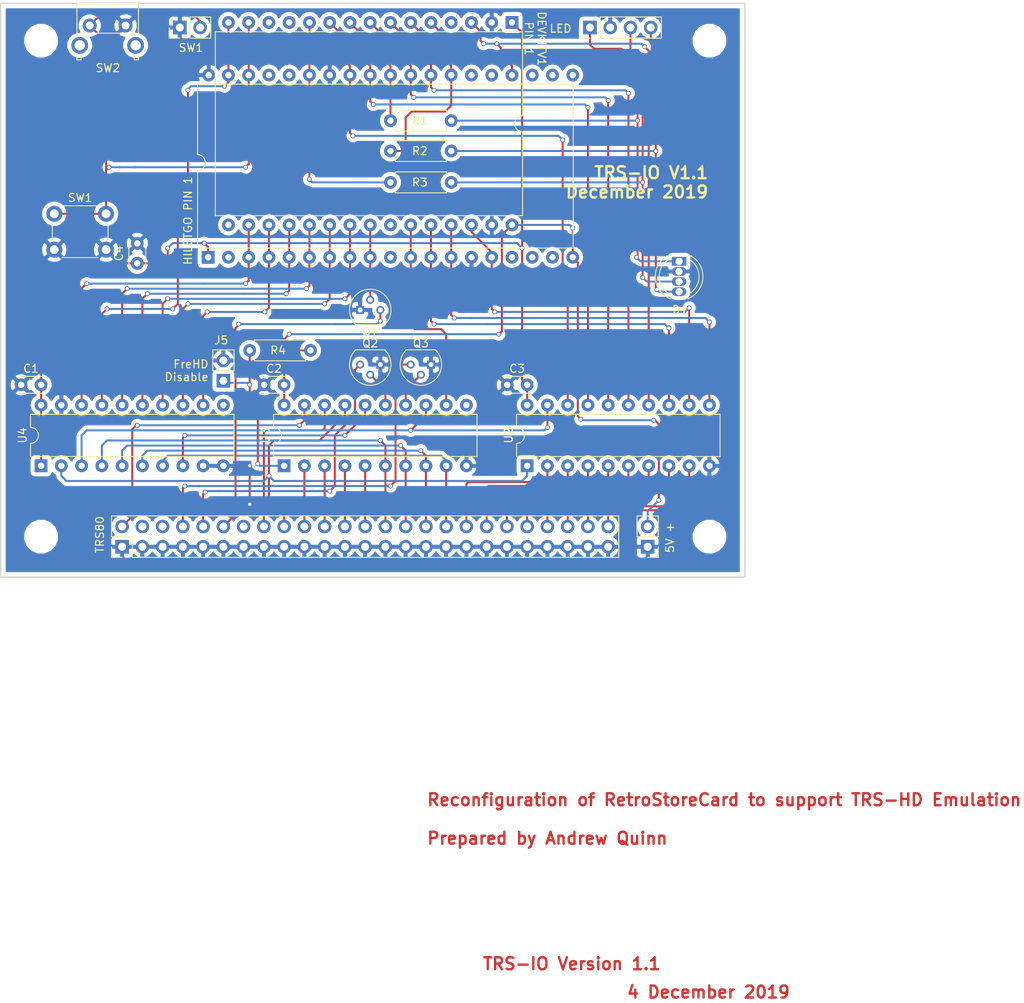
<source format=kicad_pcb>
(kicad_pcb (version 4) (host pcbnew 4.0.7)
  (layers (0 F.Cu signal) (31 B.Cu signal) (34 B.Paste user) (35 F.Paste user) (36 B.SilkS user) (37 F.SilkS user) (38 B.Mask user) (39 F.Mask user) (44 Edge.Cuts user))
  (net 0 "")
  (net 1 +3V3)
  (net 2 GND)
  (net 3 /D0)
  (net 4 /D1)
  (net 5 /D2)
  (net 6 /D3)
  (net 7 /D4)
  (net 8 /D5)
  (net 9 /D6)
  (net 10 /D7)
  (net 11 A0)
  (net 12 A1)
  (net 13 A2)
  (net 14 A3)
  (net 15 /A4)
  (net 16 /A5)
  (net 17 /A6)
  (net 18 /A7)
  (net 19 /IN)
  (net 20 //OUT)
  (net 21 /IOINT)
  (net 22 /IOWAIT)
  (net 23 /EXTIOSEL)
  (net 24 //IORQ)
  (net 25 /ESP32_INT)
  (net 26 /WAIT)
  (net 27 /ESP_EXTIOSEL)
  (net 28 LED_RED)
  (net 29 LED_GREEN)
  (net 30 LED_BLUE)
  (net 31 /ESP32_IN)
  (net 32 ESP32_A2)
  (net 33 ESP32_D3)
  (net 34 ESP32_A3)
  (net 35 ESP32_A0)
  (net 36 ESP32_A1)
  (net 37 ESP32_D4)
  (net 38 ESP32_D5)
  (net 39 /ESP32_WAIT)
  (net 40 ESP32_D2)
  (net 41 ESP32_D6)
  (net 42 ESP32_D0)
  (net 43 ESP32_D7)
  (net 44 ESP32_D1)
  (net 45 /ESP32_SEL)
  (net 46 /ESP_SEL)
  (net 47 /ESP32_P31)
  (net 48 /ESP_P31)
  (net 49 +5V)
  (net 50 BUTTON)
  (net 51 EXT_RED)
  (net 52 EXT_BLUE)
  (net 53 EXT_GREEN)
  (net 54 /XHD)
  (module Capacitors_THT:C_Disc_D3.0mm_W2.0mm_P2.50mm (layer F.Cu) (at 130.81 116.84 180)
    (fp_text reference C1 (at 1.27 2.032 180) (layer F.SilkS))
    (fp_text value 0.1 hide)
    (pad 1 thru_hole circle (at 0 0 180) (size 1.6 1.6) (drill 0.8) (layers *.Cu *.Mask) (net 1 +3V3))
    (pad 2 thru_hole circle (at 2.5 0 180) (size 1.6 1.6) (drill 0.8) (layers *.Cu *.Mask) (net 2 GND))
  )
  (module Capacitors_THT:C_Disc_D3.0mm_W2.0mm_P2.50mm (layer F.Cu) (at 161.29 116.84 180)
    (fp_text reference C2 (at 1.27 2.032 180) (layer F.SilkS))
    (fp_text value 0.1 hide)
    (pad 1 thru_hole circle (at 0 0 180) (size 1.6 1.6) (drill 0.8) (layers *.Cu *.Mask) (net 49 +5V))
    (pad 2 thru_hole circle (at 2.5 0 180) (size 1.6 1.6) (drill 0.8) (layers *.Cu *.Mask) (net 2 GND))
  )
  (module Capacitors_THT:C_Disc_D3.0mm_W2.0mm_P2.50mm (layer F.Cu) (at 191.77 116.84 180)
    (fp_text reference C3 (at 1.27 2.032 180) (layer F.SilkS))
    (fp_text value 0.1 hide)
    (pad 1 thru_hole circle (at 0 0 180) (size 1.6 1.6) (drill 0.8) (layers *.Cu *.Mask) (net 1 +3V3))
    (pad 2 thru_hole circle (at 2.5 0 180) (size 1.6 1.6) (drill 0.8) (layers *.Cu *.Mask) (net 2 GND))
  )
  (module Capacitors_THT:C_Disc_D3.0mm_W2.0mm_P2.50mm (layer F.Cu) (at 142.875 101.6 90)
    (fp_text reference C4 (at 1.25 -2.31 90) (layer F.SilkS))
    (fp_text value 0.1)
    (pad 1 thru_hole circle (at 0 0 90) (size 1.6 1.6) (drill 0.8) (layers *.Cu *.Mask) (net 1 +3V3))
    (pad 2 thru_hole circle (at 2.5 0 90) (size 1.6 1.6) (drill 0.8) (layers *.Cu *.Mask) (net 2 GND))
  )
  (module LEDs:LED_D5.0mm-4 (layer F.Cu) (at 210.82 101.346 270)
    (fp_text reference D1 (at 6.096 -0.127 360) (layer F.SilkS))
    (fp_text value LED_RCBG hide)
    (pad 1 thru_hole rect (at 0 0 270) (size 1.07 1.8) (drill 0.9) (layers *.Cu *.Mask) (net 51 EXT_RED))
    (pad 2 thru_hole oval (at 1.27 0 270) (size 1.07 1.8) (drill 0.9) (layers *.Cu *.Mask) (net 2 GND))
    (pad 3 thru_hole oval (at 2.54 0 270) (size 1.07 1.8) (drill 0.9) (layers *.Cu *.Mask) (net 52 EXT_BLUE))
    (pad 4 thru_hole oval (at 3.81 0 270) (size 1.07 1.8) (drill 0.9) (layers *.Cu *.Mask) (net 53 EXT_GREEN))
  )
  (module TO_SOT_Packages_THT:TO-92_Molded_Narrow (layer F.Cu) (at 170.815 107.442)
    (fp_text reference Q1 (at 1.27 2.794) (layer F.SilkS))
    (fp_text value 2N7000 hide)
    (pad 2 thru_hole circle (at 1.27 -1.27 90) (size 1 1) (drill 0.6) (layers *.Cu *.Mask) (net 25 /ESP32_INT))
    (pad 3 thru_hole circle (at 2.54 0 90) (size 1 1) (drill 0.6) (layers *.Cu *.Mask) (net 21 /IOINT))
    (pad 1 thru_hole rect (at 0 0 90) (size 1 1) (drill 0.6) (layers *.Cu *.Mask) (net 2 GND))
  )
  (module TO_SOT_Packages_THT:TO-92_Molded_Narrow (layer F.Cu) (at 173.355 114.3 180)
    (fp_text reference Q2 (at 1.27 2.667 180) (layer F.SilkS))
    (fp_text value 2N7000 hide)
    (pad 2 thru_hole circle (at 1.27 -1.27 270) (size 1 1) (drill 0.6) (layers *.Cu *.Mask) (net 26 /WAIT))
    (pad 3 thru_hole circle (at 2.54 0 270) (size 1 1) (drill 0.6) (layers *.Cu *.Mask) (net 22 /IOWAIT))
    (pad 1 thru_hole rect (at 0 0 270) (size 1 1) (drill 0.6) (layers *.Cu *.Mask) (net 2 GND))
  )
  (module TO_SOT_Packages_THT:TO-92_Molded_Narrow (layer F.Cu) (at 179.705 114.3 180)
    (fp_text reference Q3 (at 1.27 2.667 180) (layer F.SilkS))
    (fp_text value 2N7000 hide)
    (pad 2 thru_hole circle (at 1.27 -1.27 270) (size 1 1) (drill 0.6) (layers *.Cu *.Mask) (net 27 /ESP_EXTIOSEL))
    (pad 3 thru_hole circle (at 2.54 0 270) (size 1 1) (drill 0.6) (layers *.Cu *.Mask) (net 23 /EXTIOSEL))
    (pad 1 thru_hole rect (at 0 0 270) (size 1 1) (drill 0.6) (layers *.Cu *.Mask) (net 2 GND))
  )
  (module Resistors_THT:R_Axial_DIN0207_L6.3mm_D2.5mm_P7.62mm_Horizontal (layer F.Cu) (at 174.625 83.693)
    (fp_text reference R1 (at 3.683 0) (layer F.SilkS))
    (fp_text value 100 hide)
    (pad 1 thru_hole circle (at 0 0) (size 1.6 1.6) (drill 0.8) (layers *.Cu *.Mask) (net 28 LED_RED))
    (pad 2 thru_hole oval (at 7.62 0) (size 1.6 1.6) (drill 0.8) (layers *.Cu *.Mask) (net 51 EXT_RED))
  )
  (module Resistors_THT:R_Axial_DIN0207_L6.3mm_D2.5mm_P7.62mm_Horizontal (layer F.Cu) (at 174.625 87.503)
    (fp_text reference R2 (at 3.683 0) (layer F.SilkS))
    (fp_text value 100 hide)
    (pad 1 thru_hole circle (at 0 0) (size 1.6 1.6) (drill 0.8) (layers *.Cu *.Mask) (net 29 LED_GREEN))
    (pad 2 thru_hole oval (at 7.62 0) (size 1.6 1.6) (drill 0.8) (layers *.Cu *.Mask) (net 53 EXT_GREEN))
  )
  (module Resistors_THT:R_Axial_DIN0207_L6.3mm_D2.5mm_P7.62mm_Horizontal (layer F.Cu) (at 174.625 91.44)
    (fp_text reference R3 (at 3.683 0) (layer F.SilkS))
    (fp_text value 100 hide)
    (pad 1 thru_hole circle (at 0 0) (size 1.6 1.6) (drill 0.8) (layers *.Cu *.Mask) (net 30 LED_BLUE))
    (pad 2 thru_hole oval (at 7.62 0) (size 1.6 1.6) (drill 0.8) (layers *.Cu *.Mask) (net 52 EXT_BLUE))
  )
  (module Buttons_Switches_THT:SW_PUSH_6mm_h9.5mm (layer F.Cu) (at 132.461 95.377)
    (fp_text reference SW1 (at 3.25 -2) (layer F.SilkS))
    (fp_text value SW_Push hide)
    (pad 2 thru_hole circle (at 0 4.5 90) (size 2 2) (drill 1.1) (layers *.Cu *.Mask) (net 2 GND))
    (pad 1 thru_hole circle (at 0 0 90) (size 2 2) (drill 1.1) (layers *.Cu *.Mask) (net 50 BUTTON))
    (pad 2 thru_hole circle (at 6.5 4.5 90) (size 2 2) (drill 1.1) (layers *.Cu *.Mask) (net 2 GND))
    (pad 1 thru_hole circle (at 6.5 0 90) (size 2 2) (drill 1.1) (layers *.Cu *.Mask) (net 50 BUTTON))
  )
  (module Housings_DIP:DIP-20_W7.62mm (layer F.Cu) (at 191.77 127 90)
    (fp_text reference U2 (at 3.81 -2.33 90) (layer F.SilkS))
    (fp_text value 74LVC245)
    (pad 1 thru_hole rect (at 0 0 90) (size 1.6 1.6) (drill 0.8) (layers *.Cu *.Mask) (net 19 /IN))
    (pad 11 thru_hole oval (at 7.62 22.86 90) (size 1.6 1.6) (drill 0.8) (layers *.Cu *.Mask) (net 42 ESP32_D0))
    (pad 2 thru_hole oval (at 0 2.54 90) (size 1.6 1.6) (drill 0.8) (layers *.Cu *.Mask) (net 10 /D7))
    (pad 12 thru_hole oval (at 7.62 20.32 90) (size 1.6 1.6) (drill 0.8) (layers *.Cu *.Mask) (net 44 ESP32_D1))
    (pad 3 thru_hole oval (at 0 5.08 90) (size 1.6 1.6) (drill 0.8) (layers *.Cu *.Mask) (net 9 /D6))
    (pad 13 thru_hole oval (at 7.62 17.78 90) (size 1.6 1.6) (drill 0.8) (layers *.Cu *.Mask) (net 40 ESP32_D2))
    (pad 4 thru_hole oval (at 0 7.62 90) (size 1.6 1.6) (drill 0.8) (layers *.Cu *.Mask) (net 8 /D5))
    (pad 14 thru_hole oval (at 7.62 15.24 90) (size 1.6 1.6) (drill 0.8) (layers *.Cu *.Mask) (net 33 ESP32_D3))
    (pad 5 thru_hole oval (at 0 10.16 90) (size 1.6 1.6) (drill 0.8) (layers *.Cu *.Mask) (net 7 /D4))
    (pad 15 thru_hole oval (at 7.62 12.7 90) (size 1.6 1.6) (drill 0.8) (layers *.Cu *.Mask) (net 37 ESP32_D4))
    (pad 6 thru_hole oval (at 0 12.7 90) (size 1.6 1.6) (drill 0.8) (layers *.Cu *.Mask) (net 6 /D3))
    (pad 16 thru_hole oval (at 7.62 10.16 90) (size 1.6 1.6) (drill 0.8) (layers *.Cu *.Mask) (net 38 ESP32_D5))
    (pad 7 thru_hole oval (at 0 15.24 90) (size 1.6 1.6) (drill 0.8) (layers *.Cu *.Mask) (net 5 /D2))
    (pad 17 thru_hole oval (at 7.62 7.62 90) (size 1.6 1.6) (drill 0.8) (layers *.Cu *.Mask) (net 41 ESP32_D6))
    (pad 8 thru_hole oval (at 0 17.78 90) (size 1.6 1.6) (drill 0.8) (layers *.Cu *.Mask) (net 4 /D1))
    (pad 18 thru_hole oval (at 7.62 5.08 90) (size 1.6 1.6) (drill 0.8) (layers *.Cu *.Mask) (net 43 ESP32_D7))
    (pad 9 thru_hole oval (at 0 20.32 90) (size 1.6 1.6) (drill 0.8) (layers *.Cu *.Mask) (net 3 /D0))
    (pad 19 thru_hole oval (at 7.62 2.54 90) (size 1.6 1.6) (drill 0.8) (layers *.Cu *.Mask) (net 46 /ESP_SEL))
    (pad 10 thru_hole oval (at 0 22.86 90) (size 1.6 1.6) (drill 0.8) (layers *.Cu *.Mask) (net 2 GND))
    (pad 20 thru_hole oval (at 7.62 0 90) (size 1.6 1.6) (drill 0.8) (layers *.Cu *.Mask) (net 1 +3V3))
  )
  (module Housings_DIP:DIP-20_W7.62mm (layer F.Cu) (at 161.29 127 90)
    (fp_text reference U3 (at 3.81 -2.33 90) (layer F.SilkS))
    (fp_text value GAL16V8 hide)
    (pad 1 thru_hole rect (at 0 0 90) (size 1.6 1.6) (drill 0.8) (layers *.Cu *.Mask) (net 54 /XHD))
    (pad 11 thru_hole oval (at 7.62 22.86 90) (size 1.6 1.6) (drill 0.8) (layers *.Cu *.Mask))
    (pad 2 thru_hole oval (at 0 2.54 90) (size 1.6 1.6) (drill 0.8) (layers *.Cu *.Mask) (net 18 /A7))
    (pad 12 thru_hole oval (at 7.62 20.32 90) (size 1.6 1.6) (drill 0.8) (layers *.Cu *.Mask) (net 39 /ESP32_WAIT))
    (pad 3 thru_hole oval (at 0 5.08 90) (size 1.6 1.6) (drill 0.8) (layers *.Cu *.Mask) (net 17 /A6))
    (pad 13 thru_hole oval (at 7.62 17.78 90) (size 1.6 1.6) (drill 0.8) (layers *.Cu *.Mask) (net 46 /ESP_SEL))
    (pad 4 thru_hole oval (at 0 7.62 90) (size 1.6 1.6) (drill 0.8) (layers *.Cu *.Mask) (net 16 /A5))
    (pad 14 thru_hole oval (at 7.62 15.24 90) (size 1.6 1.6) (drill 0.8) (layers *.Cu *.Mask) (net 27 /ESP_EXTIOSEL))
    (pad 5 thru_hole oval (at 0 10.16 90) (size 1.6 1.6) (drill 0.8) (layers *.Cu *.Mask) (net 15 /A4))
    (pad 15 thru_hole oval (at 7.62 12.7 90) (size 1.6 1.6) (drill 0.8) (layers *.Cu *.Mask) (net 26 /WAIT))
    (pad 6 thru_hole oval (at 0 12.7 90) (size 1.6 1.6) (drill 0.8) (layers *.Cu *.Mask) (net 14 A3))
    (pad 16 thru_hole oval (at 7.62 10.16 90) (size 1.6 1.6) (drill 0.8) (layers *.Cu *.Mask) (net 48 /ESP_P31))
    (pad 7 thru_hole oval (at 0 15.24 90) (size 1.6 1.6) (drill 0.8) (layers *.Cu *.Mask) (net 13 A2))
    (pad 17 thru_hole oval (at 7.62 7.62 90) (size 1.6 1.6) (drill 0.8) (layers *.Cu *.Mask) (net 19 /IN))
    (pad 8 thru_hole oval (at 0 17.78 90) (size 1.6 1.6) (drill 0.8) (layers *.Cu *.Mask) (net 12 A1))
    (pad 18 thru_hole oval (at 7.62 5.08 90) (size 1.6 1.6) (drill 0.8) (layers *.Cu *.Mask) (net 20 //OUT))
    (pad 9 thru_hole oval (at 0 20.32 90) (size 1.6 1.6) (drill 0.8) (layers *.Cu *.Mask) (net 11 A0))
    (pad 19 thru_hole oval (at 7.62 2.54 90) (size 1.6 1.6) (drill 0.8) (layers *.Cu *.Mask) (net 24 //IORQ))
    (pad 10 thru_hole oval (at 0 22.86 90) (size 1.6 1.6) (drill 0.8) (layers *.Cu *.Mask) (net 2 GND))
    (pad 20 thru_hole oval (at 7.62 0 90) (size 1.6 1.6) (drill 0.8) (layers *.Cu *.Mask) (net 49 +5V))
  )
  (module Housings_DIP:DIP-20_W7.62mm (layer F.Cu) (at 130.81 127 90)
    (fp_text reference U4 (at 3.81 -2.33 90) (layer F.SilkS))
    (fp_text value 74LVC245 hide)
    (pad 1 thru_hole rect (at 0 0 90) (size 1.6 1.6) (drill 0.8) (layers *.Cu *.Mask) (net 1 +3V3))
    (pad 11 thru_hole oval (at 7.62 22.86 90) (size 1.6 1.6) (drill 0.8) (layers *.Cu *.Mask))
    (pad 2 thru_hole oval (at 0 2.54 90) (size 1.6 1.6) (drill 0.8) (layers *.Cu *.Mask) (net 19 /IN))
    (pad 12 thru_hole oval (at 7.62 20.32 90) (size 1.6 1.6) (drill 0.8) (layers *.Cu *.Mask) (net 47 /ESP32_P31))
    (pad 3 thru_hole oval (at 0 5.08 90) (size 1.6 1.6) (drill 0.8) (layers *.Cu *.Mask) (net 46 /ESP_SEL))
    (pad 13 thru_hole oval (at 7.62 17.78 90) (size 1.6 1.6) (drill 0.8) (layers *.Cu *.Mask) (net 35 ESP32_A0))
    (pad 4 thru_hole oval (at 0 7.62 90) (size 1.6 1.6) (drill 0.8) (layers *.Cu *.Mask) (net 14 A3))
    (pad 14 thru_hole oval (at 7.62 15.24 90) (size 1.6 1.6) (drill 0.8) (layers *.Cu *.Mask) (net 36 ESP32_A1))
    (pad 5 thru_hole oval (at 0 10.16 90) (size 1.6 1.6) (drill 0.8) (layers *.Cu *.Mask) (net 13 A2))
    (pad 15 thru_hole oval (at 7.62 12.7 90) (size 1.6 1.6) (drill 0.8) (layers *.Cu *.Mask) (net 32 ESP32_A2))
    (pad 6 thru_hole oval (at 0 12.7 90) (size 1.6 1.6) (drill 0.8) (layers *.Cu *.Mask) (net 12 A1))
    (pad 16 thru_hole oval (at 7.62 10.16 90) (size 1.6 1.6) (drill 0.8) (layers *.Cu *.Mask) (net 34 ESP32_A3))
    (pad 7 thru_hole oval (at 0 15.24 90) (size 1.6 1.6) (drill 0.8) (layers *.Cu *.Mask) (net 11 A0))
    (pad 17 thru_hole oval (at 7.62 7.62 90) (size 1.6 1.6) (drill 0.8) (layers *.Cu *.Mask) (net 45 /ESP32_SEL))
    (pad 8 thru_hole oval (at 0 17.78 90) (size 1.6 1.6) (drill 0.8) (layers *.Cu *.Mask) (net 48 /ESP_P31))
    (pad 18 thru_hole oval (at 7.62 5.08 90) (size 1.6 1.6) (drill 0.8) (layers *.Cu *.Mask) (net 31 /ESP32_IN))
    (pad 9 thru_hole oval (at 0 20.32 90) (size 1.6 1.6) (drill 0.8) (layers *.Cu *.Mask) (net 2 GND))
    (pad 19 thru_hole oval (at 7.62 2.54 90) (size 1.6 1.6) (drill 0.8) (layers *.Cu *.Mask) (net 2 GND))
    (pad 10 thru_hole oval (at 0 22.86 90) (size 1.6 1.6) (drill 0.8) (layers *.Cu *.Mask) (net 2 GND))
    (pad 20 thru_hole oval (at 7.62 0 90) (size 1.6 1.6) (drill 0.8) (layers *.Cu *.Mask) (net 1 +3V3))
  )
  (module TRSIO:Pin_Header_Straight_2x25_Pitch2.54mm (layer F.Cu) (at 140.97 137.16 90)
    (fp_text reference J1 hide)
    (fp_text value "TRS80 " hide)
    (pad 50 thru_hole rect (at 0 0 90) (size 1.7 1.7) (drill 1) (layers *.Cu *.Mask) (net 2 GND))
    (pad 49 thru_hole oval (at 2.54 0 90) (size 1.7 1.7) (drill 1) (layers *.Cu *.Mask) (net 24 //IORQ))
    (pad 48 thru_hole oval (at 0 2.54 90) (size 1.7 1.7) (drill 1) (layers *.Cu *.Mask) (net 2 GND))
    (pad 47 thru_hole oval (at 2.54 2.54 90) (size 1.7 1.7) (drill 1) (layers *.Cu *.Mask))
    (pad 46 thru_hole oval (at 0 5.08 90) (size 1.7 1.7) (drill 1) (layers *.Cu *.Mask) (net 2 GND))
    (pad 45 thru_hole oval (at 2.54 5.08 90) (size 1.7 1.7) (drill 1) (layers *.Cu *.Mask))
    (pad 44 thru_hole oval (at 0 7.62 90) (size 1.7 1.7) (drill 1) (layers *.Cu *.Mask) (net 2 GND))
    (pad 43 thru_hole oval (at 2.54 7.62 90) (size 1.7 1.7) (drill 1) (layers *.Cu *.Mask) (net 23 /EXTIOSEL))
    (pad 42 thru_hole oval (at 0 10.16 90) (size 1.7 1.7) (drill 1) (layers *.Cu *.Mask) (net 2 GND))
    (pad 41 thru_hole oval (at 2.54 10.16 90) (size 1.7 1.7) (drill 1) (layers *.Cu *.Mask) (net 22 /IOWAIT))
    (pad 40 thru_hole oval (at 0 12.7 90) (size 1.7 1.7) (drill 1) (layers *.Cu *.Mask) (net 2 GND))
    (pad 39 thru_hole oval (at 2.54 12.7 90) (size 1.7 1.7) (drill 1) (layers *.Cu *.Mask) (net 21 /IOINT))
    (pad 38 thru_hole oval (at 0 15.24 90) (size 1.7 1.7) (drill 1) (layers *.Cu *.Mask) (net 2 GND))
    (pad 37 thru_hole oval (at 2.54 15.24 90) (size 1.7 1.7) (drill 1) (layers *.Cu *.Mask))
    (pad 36 thru_hole oval (at 0 17.78 90) (size 1.7 1.7) (drill 1) (layers *.Cu *.Mask) (net 2 GND))
    (pad 35 thru_hole oval (at 2.54 17.78 90) (size 1.7 1.7) (drill 1) (layers *.Cu *.Mask) (net 20 //OUT))
    (pad 34 thru_hole oval (at 0 20.32 90) (size 1.7 1.7) (drill 1) (layers *.Cu *.Mask) (net 2 GND))
    (pad 33 thru_hole oval (at 2.54 20.32 90) (size 1.7 1.7) (drill 1) (layers *.Cu *.Mask) (net 19 /IN))
    (pad 32 thru_hole oval (at 0 22.86 90) (size 1.7 1.7) (drill 1) (layers *.Cu *.Mask) (net 2 GND))
    (pad 31 thru_hole oval (at 2.54 22.86 90) (size 1.7 1.7) (drill 1) (layers *.Cu *.Mask) (net 18 /A7))
    (pad 30 thru_hole oval (at 0 25.4 90) (size 1.7 1.7) (drill 1) (layers *.Cu *.Mask) (net 2 GND))
    (pad 29 thru_hole oval (at 2.54 25.4 90) (size 1.7 1.7) (drill 1) (layers *.Cu *.Mask) (net 17 /A6))
    (pad 28 thru_hole oval (at 0 27.94 90) (size 1.7 1.7) (drill 1) (layers *.Cu *.Mask) (net 2 GND))
    (pad 27 thru_hole oval (at 2.54 27.94 90) (size 1.7 1.7) (drill 1) (layers *.Cu *.Mask) (net 16 /A5))
    (pad 26 thru_hole oval (at 0 30.48 90) (size 1.7 1.7) (drill 1) (layers *.Cu *.Mask) (net 2 GND))
    (pad 25 thru_hole oval (at 2.54 30.48 90) (size 1.7 1.7) (drill 1) (layers *.Cu *.Mask) (net 15 /A4))
    (pad 24 thru_hole oval (at 0 33.02 90) (size 1.7 1.7) (drill 1) (layers *.Cu *.Mask) (net 2 GND))
    (pad 23 thru_hole oval (at 2.54 33.02 90) (size 1.7 1.7) (drill 1) (layers *.Cu *.Mask) (net 14 A3))
    (pad 22 thru_hole oval (at 0 35.56 90) (size 1.7 1.7) (drill 1) (layers *.Cu *.Mask) (net 2 GND))
    (pad 21 thru_hole oval (at 2.54 35.56 90) (size 1.7 1.7) (drill 1) (layers *.Cu *.Mask) (net 13 A2))
    (pad 20 thru_hole oval (at 0 38.1 90) (size 1.7 1.7) (drill 1) (layers *.Cu *.Mask) (net 2 GND))
    (pad 19 thru_hole oval (at 2.54 38.1 90) (size 1.7 1.7) (drill 1) (layers *.Cu *.Mask) (net 12 A1))
    (pad 18 thru_hole oval (at 0 40.64 90) (size 1.7 1.7) (drill 1) (layers *.Cu *.Mask) (net 2 GND))
    (pad 17 thru_hole oval (at 2.54 40.64 90) (size 1.7 1.7) (drill 1) (layers *.Cu *.Mask) (net 11 A0))
    (pad 16 thru_hole oval (at 0 43.18 90) (size 1.7 1.7) (drill 1) (layers *.Cu *.Mask) (net 2 GND))
    (pad 15 thru_hole oval (at 2.54 43.18 90) (size 1.7 1.7) (drill 1) (layers *.Cu *.Mask) (net 10 /D7))
    (pad 14 thru_hole oval (at 0 45.72 90) (size 1.7 1.7) (drill 1) (layers *.Cu *.Mask) (net 2 GND))
    (pad 13 thru_hole oval (at 2.54 45.72 90) (size 1.7 1.7) (drill 1) (layers *.Cu *.Mask) (net 9 /D6))
    (pad 12 thru_hole oval (at 0 48.26 90) (size 1.7 1.7) (drill 1) (layers *.Cu *.Mask) (net 2 GND))
    (pad 11 thru_hole oval (at 2.54 48.26 90) (size 1.7 1.7) (drill 1) (layers *.Cu *.Mask) (net 8 /D5))
    (pad 10 thru_hole oval (at 0 50.8 90) (size 1.7 1.7) (drill 1) (layers *.Cu *.Mask) (net 2 GND))
    (pad 9 thru_hole oval (at 2.54 50.8 90) (size 1.7 1.7) (drill 1) (layers *.Cu *.Mask) (net 7 /D4))
    (pad 8 thru_hole oval (at 0 53.34 90) (size 1.7 1.7) (drill 1) (layers *.Cu *.Mask) (net 2 GND))
    (pad 7 thru_hole oval (at 2.54 53.34 90) (size 1.7 1.7) (drill 1) (layers *.Cu *.Mask) (net 6 /D3))
    (pad 6 thru_hole oval (at 0 55.88 90) (size 1.7 1.7) (drill 1) (layers *.Cu *.Mask) (net 2 GND))
    (pad 5 thru_hole oval (at 2.54 55.88 90) (size 1.7 1.7) (drill 1) (layers *.Cu *.Mask) (net 5 /D2))
    (pad 4 thru_hole oval (at 0 58.42 90) (size 1.7 1.7) (drill 1) (layers *.Cu *.Mask) (net 2 GND))
    (pad 3 thru_hole oval (at 2.54 58.42 90) (size 1.7 1.7) (drill 1) (layers *.Cu *.Mask) (net 4 /D1))
    (pad 2 thru_hole oval (at 0 60.96 90) (size 1.7 1.7) (drill 1) (layers *.Cu *.Mask) (net 2 GND))
    (pad 1 thru_hole oval (at 2.54 60.96 90) (size 1.7 1.7) (drill 1) (layers *.Cu *.Mask) (net 3 /D0))
  )
  (module TRSIO:DIP-30_W25.4mm (layer F.Cu) (at 189.865 71.374 270)
    (fp_text reference U1B1 hide)
    (fp_text value ESP32_AliExpress hide)
    (pad 1 thru_hole rect (at 0 0 270) (size 1.6 1.6) (drill 0.8) (layers *.Cu *.Mask) (net 1 +3V3))
    (pad 2 thru_hole oval (at 0 2.54 270) (size 1.6 1.6) (drill 0.8) (layers *.Cu *.Mask) (net 2 GND))
    (pad 3 thru_hole oval (at 0 5.08 270) (size 1.6 1.6) (drill 0.8) (layers *.Cu *.Mask) (net 33 ESP32_D3))
    (pad 4 thru_hole oval (at 0 7.62 270) (size 1.6 1.6) (drill 0.8) (layers *.Cu *.Mask))
    (pad 5 thru_hole oval (at 0 10.16 270) (size 1.6 1.6) (drill 0.8) (layers *.Cu *.Mask) (net 29 LED_GREEN))
    (pad 6 thru_hole oval (at 0 12.7 270) (size 1.6 1.6) (drill 0.8) (layers *.Cu *.Mask) (net 37 ESP32_D4))
    (pad 16 thru_hole oval (at 25.4 35.56 270) (size 1.6 1.6) (drill 0.8) (layers *.Cu *.Mask))
    (pad 7 thru_hole oval (at 0 15.24 270) (size 1.6 1.6) (drill 0.8) (layers *.Cu *.Mask) (net 38 ESP32_D5))
    (pad 17 thru_hole oval (at 25.4 33.02 270) (size 1.6 1.6) (drill 0.8) (layers *.Cu *.Mask) (net 31 /ESP32_IN))
    (pad 8 thru_hole oval (at 0 17.78 270) (size 1.6 1.6) (drill 0.8) (layers *.Cu *.Mask) (net 28 LED_RED))
    (pad 18 thru_hole oval (at 25.4 30.48 270) (size 1.6 1.6) (drill 0.8) (layers *.Cu *.Mask) (net 47 /ESP32_P31))
    (pad 9 thru_hole oval (at 0 20.32 270) (size 1.6 1.6) (drill 0.8) (layers *.Cu *.Mask) (net 41 ESP32_D6))
    (pad 19 thru_hole oval (at 25.4 27.94 270) (size 1.6 1.6) (drill 0.8) (layers *.Cu *.Mask) (net 32 ESP32_A2))
    (pad 10 thru_hole oval (at 0 22.86 270) (size 1.6 1.6) (drill 0.8) (layers *.Cu *.Mask) (net 43 ESP32_D7))
    (pad 20 thru_hole oval (at 25.4 25.4 270) (size 1.6 1.6) (drill 0.8) (layers *.Cu *.Mask) (net 34 ESP32_A3))
    (pad 11 thru_hole oval (at 0 25.4 270) (size 1.6 1.6) (drill 0.8) (layers *.Cu *.Mask) (net 30 LED_BLUE))
    (pad 21 thru_hole oval (at 25.4 22.86 270) (size 1.6 1.6) (drill 0.8) (layers *.Cu *.Mask) (net 35 ESP32_A0))
    (pad 12 thru_hole oval (at 0 27.94 270) (size 1.6 1.6) (drill 0.8) (layers *.Cu *.Mask))
    (pad 22 thru_hole oval (at 25.4 20.32 270) (size 1.6 1.6) (drill 0.8) (layers *.Cu *.Mask) (net 36 ESP32_A1))
    (pad 13 thru_hole oval (at 0 30.48 270) (size 1.6 1.6) (drill 0.8) (layers *.Cu *.Mask))
    (pad 23 thru_hole oval (at 25.4 17.78 270) (size 1.6 1.6) (drill 0.8) (layers *.Cu *.Mask) (net 25 /ESP32_INT))
    (pad 14 thru_hole oval (at 0 33.02 270) (size 1.6 1.6) (drill 0.8) (layers *.Cu *.Mask) (net 50 BUTTON))
    (pad 24 thru_hole oval (at 25.4 15.24 270) (size 1.6 1.6) (drill 0.8) (layers *.Cu *.Mask))
    (pad 15 thru_hole oval (at 0 35.56 270) (size 1.6 1.6) (drill 0.8) (layers *.Cu *.Mask) (net 45 /ESP32_SEL))
    (pad 25 thru_hole oval (at 25.4 12.7 270) (size 1.6 1.6) (drill 0.8) (layers *.Cu *.Mask) (net 39 /ESP32_WAIT))
    (pad 26 thru_hole oval (at 25.4 10.16 270) (size 1.6 1.6) (drill 0.8) (layers *.Cu *.Mask) (net 40 ESP32_D2))
    (pad 27 thru_hole oval (at 25.4 7.62 270) (size 1.6 1.6) (drill 0.8) (layers *.Cu *.Mask) (net 42 ESP32_D0))
    (pad 28 thru_hole oval (at 25.4 5.08 270) (size 1.6 1.6) (drill 0.8) (layers *.Cu *.Mask) (net 44 ESP32_D1))
    (pad 29 thru_hole oval (at 25.4 2.54 270) (size 1.6 1.6) (drill 0.8) (layers *.Cu *.Mask) (net 2 GND))
    (pad 30 thru_hole oval (at 25.4 0 270) (size 1.6 1.6) (drill 0.8) (layers *.Cu *.Mask) (net 49 +5V))
  )
  (module TRSIO:DIP-38_W22.9mm (layer F.Cu) (at 151.765 100.838 90)
    (fp_text reference U1A1 hide)
    (fp_text value ESP32S hide)
    (pad 1 thru_hole rect (at 0 0 90) (size 1.6 1.6) (drill 0.8) (layers *.Cu *.Mask) (net 1 +3V3))
    (pad 2 thru_hole oval (at 0 2.54 90) (size 1.6 1.6) (drill 0.8) (layers *.Cu *.Mask))
    (pad 20 thru_hole oval (at 22.86 45.72 90) (size 1.6 1.6) (drill 0.8) (layers *.Cu *.Mask))
    (pad 3 thru_hole oval (at 0 5.08 90) (size 1.6 1.6) (drill 0.8) (layers *.Cu *.Mask) (net 31 /ESP32_IN))
    (pad 21 thru_hole oval (at 22.86 43.18 90) (size 1.6 1.6) (drill 0.8) (layers *.Cu *.Mask))
    (pad 4 thru_hole oval (at 0 7.62 90) (size 1.6 1.6) (drill 0.8) (layers *.Cu *.Mask) (net 47 /ESP32_P31))
    (pad 22 thru_hole oval (at 22.86 40.64 90) (size 1.6 1.6) (drill 0.8) (layers *.Cu *.Mask))
    (pad 5 thru_hole oval (at 0 10.16 90) (size 1.6 1.6) (drill 0.8) (layers *.Cu *.Mask) (net 32 ESP32_A2))
    (pad 23 thru_hole oval (at 22.86 38.1 90) (size 1.6 1.6) (drill 0.8) (layers *.Cu *.Mask) (net 33 ESP32_D3))
    (pad 6 thru_hole oval (at 0 12.7 90) (size 1.6 1.6) (drill 0.8) (layers *.Cu *.Mask) (net 34 ESP32_A3))
    (pad 24 thru_hole oval (at 22.86 35.56 90) (size 1.6 1.6) (drill 0.8) (layers *.Cu *.Mask))
    (pad 7 thru_hole oval (at 0 15.24 90) (size 1.6 1.6) (drill 0.8) (layers *.Cu *.Mask) (net 35 ESP32_A0))
    (pad 25 thru_hole oval (at 22.86 33.02 90) (size 1.6 1.6) (drill 0.8) (layers *.Cu *.Mask))
    (pad 8 thru_hole oval (at 0 17.78 90) (size 1.6 1.6) (drill 0.8) (layers *.Cu *.Mask) (net 36 ESP32_A1))
    (pad 26 thru_hole oval (at 22.86 30.48 90) (size 1.6 1.6) (drill 0.8) (layers *.Cu *.Mask) (net 29 LED_GREEN))
    (pad 9 thru_hole oval (at 0 20.32 90) (size 1.6 1.6) (drill 0.8) (layers *.Cu *.Mask) (net 25 /ESP32_INT))
    (pad 27 thru_hole oval (at 22.86 27.94 90) (size 1.6 1.6) (drill 0.8) (layers *.Cu *.Mask) (net 37 ESP32_D4))
    (pad 10 thru_hole oval (at 0 22.86 90) (size 1.6 1.6) (drill 0.8) (layers *.Cu *.Mask))
    (pad 28 thru_hole oval (at 22.86 25.4 90) (size 1.6 1.6) (drill 0.8) (layers *.Cu *.Mask) (net 38 ESP32_D5))
    (pad 11 thru_hole oval (at 0 25.4 90) (size 1.6 1.6) (drill 0.8) (layers *.Cu *.Mask) (net 39 /ESP32_WAIT))
    (pad 29 thru_hole oval (at 22.86 22.86 90) (size 1.6 1.6) (drill 0.8) (layers *.Cu *.Mask) (net 28 LED_RED))
    (pad 12 thru_hole oval (at 0 27.94 90) (size 1.6 1.6) (drill 0.8) (layers *.Cu *.Mask) (net 40 ESP32_D2))
    (pad 30 thru_hole oval (at 22.86 20.32 90) (size 1.6 1.6) (drill 0.8) (layers *.Cu *.Mask) (net 41 ESP32_D6))
    (pad 13 thru_hole oval (at 0 30.48 90) (size 1.6 1.6) (drill 0.8) (layers *.Cu *.Mask) (net 42 ESP32_D0))
    (pad 31 thru_hole oval (at 22.86 17.78 90) (size 1.6 1.6) (drill 0.8) (layers *.Cu *.Mask) (net 43 ESP32_D7))
    (pad 14 thru_hole oval (at 0 33.02 90) (size 1.6 1.6) (drill 0.8) (layers *.Cu *.Mask) (net 2 GND))
    (pad 32 thru_hole oval (at 22.86 15.24 90) (size 1.6 1.6) (drill 0.8) (layers *.Cu *.Mask) (net 2 GND))
    (pad 15 thru_hole oval (at 0 35.56 90) (size 1.6 1.6) (drill 0.8) (layers *.Cu *.Mask) (net 44 ESP32_D1))
    (pad 33 thru_hole oval (at 22.86 12.7 90) (size 1.6 1.6) (drill 0.8) (layers *.Cu *.Mask) (net 30 LED_BLUE))
    (pad 16 thru_hole oval (at 0 38.1 90) (size 1.6 1.6) (drill 0.8) (layers *.Cu *.Mask))
    (pad 34 thru_hole oval (at 22.86 10.16 90) (size 1.6 1.6) (drill 0.8) (layers *.Cu *.Mask))
    (pad 17 thru_hole oval (at 0 40.64 90) (size 1.6 1.6) (drill 0.8) (layers *.Cu *.Mask))
    (pad 35 thru_hole oval (at 22.86 7.62 90) (size 1.6 1.6) (drill 0.8) (layers *.Cu *.Mask))
    (pad 18 thru_hole oval (at 0 43.18 90) (size 1.6 1.6) (drill 0.8) (layers *.Cu *.Mask))
    (pad 36 thru_hole oval (at 22.86 5.08 90) (size 1.6 1.6) (drill 0.8) (layers *.Cu *.Mask) (net 50 BUTTON))
    (pad 19 thru_hole oval (at 0 45.72 90) (size 1.6 1.6) (drill 0.8) (layers *.Cu *.Mask) (net 49 +5V))
    (pad 37 thru_hole oval (at 22.86 2.54 90) (size 1.6 1.6) (drill 0.8) (layers *.Cu *.Mask) (net 45 /ESP32_SEL))
    (pad 38 thru_hole oval (at 22.86 0.0635 90) (size 1.6 1.6) (drill 0.8) (layers *.Cu *.Mask) (net 2 GND))
  )
  (module Pin_Headers:Pin_Header_Straight_1x02_Pitch2.54mm (layer F.Cu) (at 206.883 137.16 180)
    (fp_text reference J2 hide)
    (fp_text value +5V hide)
    (pad 1 thru_hole rect (at 0 0 180) (size 1.7 1.7) (drill 1) (layers *.Cu *.Mask) (net 2 GND))
    (pad 2 thru_hole oval (at 0 2.54 180) (size 1.7 1.7) (drill 1) (layers *.Cu *.Mask) (net 49 +5V))
  )
  (module Pin_Headers:Pin_Header_Straight_1x02_Pitch2.54mm (layer F.Cu) (at 148.209 72.009 90)
    (fp_text reference J3 hide)
    (fp_text value BUTTON hide)
    (pad 1 thru_hole rect (at 0 0 90) (size 1.7 1.7) (drill 1) (layers *.Cu *.Mask) (net 2 GND))
    (pad 2 thru_hole oval (at 0 2.54 90) (size 1.7 1.7) (drill 1) (layers *.Cu *.Mask) (net 50 BUTTON))
  )
  (module Pin_Headers:Pin_Header_Straight_1x04_Pitch2.54mm (layer F.Cu) (at 199.644 72.009 90)
    (fp_text reference J4 hide)
    (fp_text value LED hide)
    (pad 1 thru_hole rect (at 0 0 90) (size 1.7 1.7) (drill 1) (layers *.Cu *.Mask) (net 51 EXT_RED))
    (pad 2 thru_hole oval (at 0 2.54 90) (size 1.7 1.7) (drill 1) (layers *.Cu *.Mask) (net 2 GND))
    (pad 3 thru_hole oval (at 0 5.08 90) (size 1.7 1.7) (drill 1) (layers *.Cu *.Mask) (net 52 EXT_BLUE))
    (pad 4 thru_hole oval (at 0 7.62 90) (size 1.7 1.7) (drill 1) (layers *.Cu *.Mask) (net 53 EXT_GREEN))
  )
  (module Mounting_Holes:MountingHole_3.2mm_M3_DIN965 (layer F.Cu) (at 214.63 73.66)
    (fp_text reference REF** hide)
    (fp_text value MountingHole_3.2mm_M3_DIN965 hide)
    (pad 1 np_thru_hole circle (at 0 0) (size 3.2 3.2) (drill 3.2) (layers *.Cu *.Mask))
  )
  (module Mounting_Holes:MountingHole_3.2mm_M3_DIN965 (layer F.Cu) (at 214.63 135.89)
    (fp_text reference REF** hide)
    (fp_text value MountingHole_3.2mm_M3_DIN965 hide)
    (pad 1 np_thru_hole circle (at 0 0) (size 3.2 3.2) (drill 3.2) (layers *.Cu *.Mask))
  )
  (module Mounting_Holes:MountingHole_3.2mm_M3_DIN965 (layer F.Cu) (at 130.81 135.89)
    (fp_text reference REF** hide)
    (fp_text value MountingHole_3.2mm_M3_DIN965 hide)
    (pad 1 np_thru_hole circle (at 0 0) (size 3.2 3.2) (drill 3.2) (layers *.Cu *.Mask))
  )
  (module Mounting_Holes:MountingHole_3.2mm_M3_DIN965 (layer F.Cu) (at 130.81 73.66)
    (fp_text reference REF** hide)
    (fp_text value MountingHole_3.2mm_M3_DIN965 hide)
    (pad 1 np_thru_hole circle (at 0 0) (size 3.2 3.2) (drill 3.2) (layers *.Cu *.Mask))
  )
  (module Buttons_Switches_THT:SW_Tactile_SPST_Angled_PTS645Vx31-2LFS (layer F.Cu) (at 136.906 71.755)
    (fp_text reference SW2 (at 2.286 5.334) (layer F.SilkS))
    (fp_text value "Right Angle" hide)
    (pad "" thru_hole circle (at 5.76 2.49) (size 2.1 2.1) (drill 1.3) (layers *.Cu *.Mask))
    (pad 2 thru_hole circle (at 4.5 0) (size 1.75 1.75) (drill 0.99) (layers *.Cu *.Mask) (net 2 GND))
    (pad 1 thru_hole circle (at 0 0) (size 1.75 1.75) (drill 0.99) (layers *.Cu *.Mask) (net 50 BUTTON))
    (pad "" thru_hole circle (at -1.25 2.49) (size 2.1 2.1) (drill 1.3) (layers *.Cu *.Mask))
  )
  (module Pin_Headers:Pin_Header_Straight_1x02_Pitch2.54mm (layer F.Cu) (at 153.67 116.332 180)
    (fp_text reference J5 (at 0.254 5.08 180) (layer F.SilkS))
    (fp_text value "FreHD Disable" hide)
    (pad 1 thru_hole rect (at 0 0 180) (size 1.7 1.7) (drill 1) (layers *.Cu *.Mask) (net 54 /XHD))
    (pad 2 thru_hole oval (at 0 2.54 180) (size 1.7 1.7) (drill 1) (layers *.Cu *.Mask) (net 2 GND))
  )
  (module Resistors_THT:R_Axial_DIN0207_L6.3mm_D2.5mm_P7.62mm_Horizontal (layer F.Cu) (at 164.592 112.522 180)
    (fp_text reference R4 (at 4.064 0 180) (layer F.SilkS))
    (fp_text value 4K7 hide)
    (pad 1 thru_hole circle (at 0 0 180) (size 1.6 1.6) (drill 0.8) (layers *.Cu *.Mask) (net 49 +5V))
    (pad 2 thru_hole oval (at 7.62 0 180) (size 1.6 1.6) (drill 0.8) (layers *.Cu *.Mask) (net 54 /XHD))
  )
  (gr_text "FreHD\nDisable" (at 151.892 115.062) (layer F.SilkS) (effects (font (size 1 1)) (justify right)))
  (gr_text "Reconfiguration of RetroStoreCard to support TRS-HD Emulation\n\nPrepared by Andrew Quinn" (at 179.07 171.323) (layer F.Cu) (effects (font (size 1.5 1.5) (thickness 0.3)) (justify left)))
  (gr_text "4 December 2019" (at 214.503 193.04) (layer F.Cu) (effects (font (size 1.5 1.5) (thickness 0.3))))
  (gr_text "TRS-IO Version 1.1" (at 197.358 189.484) (layer F.Cu) (effects (font (size 1.5 1.5) (thickness 0.3))))
  (gr_text "TRS-IO V1.1\nDecember 2019" (at 214.63 91.44) (layer F.SilkS) (effects (font (size 1.5 1.5) (thickness 0.3)) (justify right)))
  (gr_text "DEVKITV1\nPIN 1" (at 192.786 73.406 270) (layer F.SilkS) (effects (font (size 1 1))))
  (gr_text "HILETGO PIN 1" (at 149.225 96.266 90) (layer F.SilkS) (effects (font (size 1 1))))
  (gr_text "5V +" (at 209.677 136.017 90) (layer F.SilkS) (effects (font (size 1 1))))
  (gr_text TRS80 (at 138.176 135.636 90) (layer F.SilkS) (effects (font (size 1 1))))
  (gr_text LED (at 195.961 72.136) (layer F.SilkS) (effects (font (size 1 1))))
  (gr_text SW1 (at 149.606 74.549) (layer F.SilkS) (effects (font (size 1 1))))
  (gr_line (start 219.075 68.961) (end 125.73 68.961) (angle 90) (layer Edge.Cuts) (width 0.15))
  (gr_line (start 219.075 140.97) (end 219.075 68.961) (angle 90) (layer Edge.Cuts) (width 0.15))
  (gr_line (start 125.73 140.97) (end 219.075 140.97) (angle 90) (layer Edge.Cuts) (width 0.15))
  (gr_line (start 125.73 68.961) (end 125.73 140.97) (angle 90) (layer Edge.Cuts) (width 0.15))
  (segment (start 191.135 99.695) (end 191.135 72.644) (width 0.25) (layer F.Cu) (net 1))
  (segment (start 191.135 72.644) (end 189.865 71.374) (width 0.25) (layer F.Cu) (net 1))
  (segment (start 191.135 109.22) (end 191.135 116.205) (width 0.25) (layer F.Cu) (net 1))
  (segment (start 151.257 99.06) (end 190.5 99.06) (width 0.25) (layer B.Cu) (net 1))
  (segment (start 190.5 99.06) (end 191.135 99.695) (width 0.25) (layer B.Cu) (net 1))
  (via (at 191.135 99.695) (size 0.6) (drill 0.4) (layers F.Cu B.Cu) (net 1))
  (segment (start 191.135 99.695) (end 191.135 109.22) (width 0.25) (layer F.Cu) (net 1))
  (segment (start 191.135 116.205) (end 191.77 116.84) (width 0.25) (layer F.Cu) (net 1))
  (segment (start 151.765 100.838) (end 151.765 99.568) (width 0.25) (layer F.Cu) (net 1))
  (via (at 151.257 99.06) (size 0.6) (drill 0.4) (layers F.Cu B.Cu) (net 1))
  (segment (start 151.765 99.568) (end 151.257 99.06) (width 0.25) (layer F.Cu) (net 1))
  (segment (start 146.685 101.6) (end 146.685 99.695) (width 0.25) (layer F.Cu) (net 1))
  (segment (start 147.32 99.06) (end 151.257 99.06) (width 0.25) (layer B.Cu) (net 1))
  (segment (start 146.685 99.695) (end 147.32 99.06) (width 0.25) (layer B.Cu) (net 1))
  (via (at 146.685 99.695) (size 0.6) (drill 0.4) (layers F.Cu B.Cu) (net 1))
  (segment (start 142.875 101.6) (end 131.445 101.6) (width 0.25) (layer F.Cu) (net 1))
  (segment (start 130.81 102.235) (end 130.81 116.84) (width 0.25) (layer F.Cu) (net 1))
  (segment (start 131.445 101.6) (end 130.81 102.235) (width 0.25) (layer F.Cu) (net 1))
  (segment (start 130.81 116.84) (end 130.81 119.38) (width 0.25) (layer F.Cu) (net 1))
  (segment (start 130.81 119.38) (end 130.81 127) (width 0.25) (layer F.Cu) (net 1))
  (segment (start 191.77 116.84) (end 191.77 119.38) (width 0.25) (layer F.Cu) (net 1))
  (segment (start 146.685 101.6) (end 142.875 101.6) (width 0.25) (layer F.Cu) (net 1))
  (segment (start 153.67 127) (end 156.972 127) (width 0.25) (layer B.Cu) (net 2))
  (via (at 156.972 131.826) (size 0.6) (drill 0.4) (layers F.Cu B.Cu) (net 2))
  (segment (start 156.972 127) (end 156.972 131.826) (width 0.25) (layer F.Cu) (net 2))
  (via (at 156.972 127) (size 0.6) (drill 0.4) (layers F.Cu B.Cu) (net 2))
  (segment (start 201.93 134.62) (end 201.93 132.784002) (width 0.25) (layer F.Cu) (net 3))
  (segment (start 212.09 132.334) (end 212.09 127) (width 0.25) (layer F.Cu) (net 3))
  (segment (start 211.836 132.588) (end 212.09 132.334) (width 0.25) (layer F.Cu) (net 3))
  (segment (start 202.126002 132.588) (end 211.836 132.588) (width 0.25) (layer F.Cu) (net 3))
  (segment (start 201.93 132.784002) (end 202.126002 132.588) (width 0.25) (layer F.Cu) (net 3))
  (segment (start 199.39 134.62) (end 199.39 132.276002) (width 0.25) (layer F.Cu) (net 4))
  (segment (start 209.55 131.826) (end 209.55 127) (width 0.25) (layer F.Cu) (net 4))
  (segment (start 209.296 132.08) (end 209.55 131.826) (width 0.25) (layer F.Cu) (net 4))
  (segment (start 199.586002 132.08) (end 209.296 132.08) (width 0.25) (layer F.Cu) (net 4))
  (segment (start 199.39 132.276002) (end 199.586002 132.08) (width 0.25) (layer F.Cu) (net 4))
  (segment (start 196.85 134.62) (end 196.85 131.768002) (width 0.25) (layer F.Cu) (net 5))
  (segment (start 207.01 131.318) (end 207.01 127) (width 0.25) (layer F.Cu) (net 5))
  (segment (start 206.756 131.572) (end 207.01 131.318) (width 0.25) (layer F.Cu) (net 5))
  (segment (start 197.046002 131.572) (end 206.756 131.572) (width 0.25) (layer F.Cu) (net 5))
  (segment (start 196.85 131.768002) (end 197.046002 131.572) (width 0.25) (layer F.Cu) (net 5))
  (segment (start 194.31 134.62) (end 194.31 131.260002) (width 0.25) (layer F.Cu) (net 6))
  (segment (start 204.47 130.81) (end 204.47 127) (width 0.25) (layer F.Cu) (net 6))
  (segment (start 204.216 131.064) (end 204.47 130.81) (width 0.25) (layer F.Cu) (net 6))
  (segment (start 194.506002 131.064) (end 204.216 131.064) (width 0.25) (layer F.Cu) (net 6))
  (segment (start 194.31 131.260002) (end 194.506002 131.064) (width 0.25) (layer F.Cu) (net 6))
  (segment (start 191.77 134.62) (end 191.77 130.752002) (width 0.25) (layer F.Cu) (net 7))
  (segment (start 201.93 130.302) (end 201.93 127) (width 0.25) (layer F.Cu) (net 7))
  (segment (start 201.676 130.556) (end 201.93 130.302) (width 0.25) (layer F.Cu) (net 7))
  (segment (start 191.966002 130.556) (end 201.676 130.556) (width 0.25) (layer F.Cu) (net 7))
  (segment (start 191.77 130.752002) (end 191.966002 130.556) (width 0.25) (layer F.Cu) (net 7))
  (segment (start 189.23 134.62) (end 189.23 130.244002) (width 0.25) (layer F.Cu) (net 8))
  (segment (start 199.39 129.794) (end 199.39 127) (width 0.25) (layer F.Cu) (net 8))
  (segment (start 199.136 130.048) (end 199.39 129.794) (width 0.25) (layer F.Cu) (net 8))
  (segment (start 189.426002 130.048) (end 199.136 130.048) (width 0.25) (layer F.Cu) (net 8))
  (segment (start 189.23 130.244002) (end 189.426002 130.048) (width 0.25) (layer F.Cu) (net 8))
  (segment (start 196.342 129.54) (end 196.596 129.54) (width 0.25) (layer F.Cu) (net 9))
  (segment (start 196.342 129.54) (end 186.944 129.54) (width 0.25) (layer F.Cu) (net 9))
  (segment (start 186.944 129.54) (end 186.69 129.794) (width 0.25) (layer F.Cu) (net 9))
  (segment (start 186.69 134.62) (end 186.69 129.794) (width 0.25) (layer F.Cu) (net 9))
  (segment (start 196.85 129.032) (end 196.85 127) (width 0.25) (layer F.Cu) (net 9))
  (segment (start 196.85 129.286) (end 196.85 129.032) (width 0.25) (layer F.Cu) (net 9))
  (segment (start 196.596 129.54) (end 196.85 129.286) (width 0.25) (layer F.Cu) (net 9))
  (segment (start 194.31 128.016) (end 194.31 128.778) (width 0.25) (layer F.Cu) (net 10))
  (segment (start 193.294 129.032) (end 184.404 129.032) (width 0.25) (layer F.Cu) (net 10))
  (segment (start 184.404 129.032) (end 184.15 129.286) (width 0.25) (layer F.Cu) (net 10))
  (segment (start 184.15 134.62) (end 184.15 129.286) (width 0.25) (layer F.Cu) (net 10))
  (segment (start 194.31 128.016) (end 194.31 127) (width 0.25) (layer F.Cu) (net 10))
  (segment (start 194.056 129.032) (end 193.294 129.032) (width 0.25) (layer F.Cu) (net 10))
  (segment (start 194.31 128.778) (end 194.056 129.032) (width 0.25) (layer F.Cu) (net 10))
  (segment (start 181.61 127) (end 181.61 134.62) (width 0.25) (layer F.Cu) (net 11))
  (segment (start 146.05 126.365) (end 146.685 125.73) (width 0.25) (layer B.Cu) (net 11))
  (segment (start 180.975 125.73) (end 181.61 126.365) (width 0.25) (layer B.Cu) (net 11))
  (segment (start 181.61 126.365) (end 181.61 127) (width 0.25) (layer B.Cu) (net 11))
  (segment (start 146.05 127) (end 146.05 126.365) (width 0.25) (layer B.Cu) (net 11))
  (segment (start 180.34 125.73) (end 180.975 125.73) (width 0.25) (layer B.Cu) (net 11))
  (segment (start 146.685 125.73) (end 180.34 125.73) (width 0.25) (layer B.Cu) (net 11))
  (segment (start 179.07 127) (end 179.07 134.62) (width 0.25) (layer F.Cu) (net 12))
  (segment (start 144.78 125.095) (end 144.145 125.095) (width 0.25) (layer B.Cu) (net 12))
  (segment (start 179.07 125.73) (end 178.435 125.095) (width 0.25) (layer F.Cu) (net 12))
  (via (at 178.435 125.095) (size 0.6) (drill 0.4) (layers F.Cu B.Cu) (net 12))
  (segment (start 178.435 125.095) (end 144.78 125.095) (width 0.25) (layer B.Cu) (net 12))
  (segment (start 179.07 127) (end 179.07 125.73) (width 0.25) (layer F.Cu) (net 12))
  (segment (start 143.51 125.73) (end 143.51 127) (width 0.25) (layer B.Cu) (net 12))
  (segment (start 144.145 125.095) (end 143.51 125.73) (width 0.25) (layer B.Cu) (net 12))
  (segment (start 143.51 126.365) (end 143.51 127) (width 0.25) (layer B.Cu) (net 12))
  (segment (start 176.53 127) (end 176.53 134.62) (width 0.25) (layer F.Cu) (net 13))
  (segment (start 142.24 124.46) (end 141.605 124.46) (width 0.25) (layer B.Cu) (net 13))
  (segment (start 176.53 125.095) (end 175.895 124.46) (width 0.25) (layer F.Cu) (net 13))
  (via (at 175.895 124.46) (size 0.6) (drill 0.4) (layers F.Cu B.Cu) (net 13))
  (segment (start 175.895 124.46) (end 142.24 124.46) (width 0.25) (layer B.Cu) (net 13))
  (segment (start 140.97 127) (end 140.97 125.73) (width 0.25) (layer B.Cu) (net 13))
  (segment (start 176.53 125.095) (end 176.53 127) (width 0.25) (layer F.Cu) (net 13))
  (segment (start 140.97 125.095) (end 140.97 125.73) (width 0.25) (layer B.Cu) (net 13))
  (segment (start 141.605 124.46) (end 140.97 125.095) (width 0.25) (layer B.Cu) (net 13))
  (segment (start 173.99 127) (end 173.99 134.62) (width 0.25) (layer F.Cu) (net 14))
  (segment (start 139.7 123.825) (end 139.065 123.825) (width 0.25) (layer B.Cu) (net 14))
  (segment (start 138.43 127) (end 138.43 125.095) (width 0.25) (layer B.Cu) (net 14))
  (segment (start 173.355 123.825) (end 139.7 123.825) (width 0.25) (layer B.Cu) (net 14))
  (via (at 173.355 123.825) (size 0.6) (drill 0.4) (layers F.Cu B.Cu) (net 14))
  (segment (start 173.99 124.46) (end 173.355 123.825) (width 0.25) (layer F.Cu) (net 14))
  (segment (start 173.99 124.46) (end 173.99 127) (width 0.25) (layer F.Cu) (net 14))
  (segment (start 138.43 124.46) (end 138.43 125.095) (width 0.25) (layer B.Cu) (net 14))
  (segment (start 139.065 123.825) (end 138.43 124.46) (width 0.25) (layer B.Cu) (net 14))
  (segment (start 171.45 127) (end 171.45 134.62) (width 0.25) (layer F.Cu) (net 15))
  (segment (start 168.91 127) (end 168.91 134.62) (width 0.25) (layer F.Cu) (net 16))
  (segment (start 166.37 127) (end 166.37 134.62) (width 0.25) (layer F.Cu) (net 17))
  (segment (start 163.83 127) (end 163.83 134.62) (width 0.25) (layer F.Cu) (net 18))
  (segment (start 161.29 134.62) (end 161.29 133.35) (width 0.25) (layer F.Cu) (net 19))
  (segment (start 161.29 133.35) (end 159.385 131.445) (width 0.25) (layer F.Cu) (net 19))
  (segment (start 159.385 128.27) (end 160.02 128.905) (width 0.25) (layer B.Cu) (net 19))
  (segment (start 191.77 128.27) (end 191.135 128.905) (width 0.25) (layer B.Cu) (net 19))
  (segment (start 191.135 128.905) (end 160.02 128.905) (width 0.25) (layer B.Cu) (net 19))
  (segment (start 191.77 128.27) (end 191.77 127) (width 0.25) (layer B.Cu) (net 19))
  (via (at 159.385 128.27) (size 0.6) (drill 0.4) (layers F.Cu B.Cu) (net 19))
  (segment (start 159.385 128.27) (end 158.75 128.905) (width 0.25) (layer B.Cu) (net 19))
  (segment (start 133.35 128.27) (end 133.985 128.905) (width 0.25) (layer B.Cu) (net 19))
  (segment (start 133.985 128.905) (end 158.75 128.905) (width 0.25) (layer B.Cu) (net 19))
  (segment (start 133.35 128.27) (end 133.35 127) (width 0.25) (layer B.Cu) (net 19))
  (segment (start 159.385 124.46) (end 159.385 128.27) (width 0.25) (layer F.Cu) (net 19))
  (segment (start 159.385 128.27) (end 159.385 129.54) (width 0.25) (layer F.Cu) (net 19))
  (segment (start 168.91 119.38) (end 168.91 120.65) (width 0.25) (layer F.Cu) (net 19))
  (segment (start 159.385 129.54) (end 159.385 131.445) (width 0.25) (layer F.Cu) (net 19))
  (segment (start 160.02 123.825) (end 159.385 124.46) (width 0.25) (layer F.Cu) (net 19))
  (segment (start 165.735 123.825) (end 160.02 123.825) (width 0.25) (layer F.Cu) (net 19))
  (segment (start 168.91 120.65) (end 165.735 123.825) (width 0.25) (layer F.Cu) (net 19))
  (segment (start 166.37 119.38) (end 166.37 122.301) (width 0.25) (layer F.Cu) (net 20))
  (segment (start 158.75 122.809) (end 158.75 134.62) (width 0.25) (layer F.Cu) (net 20))
  (segment (start 159.004 122.555) (end 158.75 122.809) (width 0.25) (layer F.Cu) (net 20))
  (segment (start 166.116 122.555) (end 159.004 122.555) (width 0.25) (layer F.Cu) (net 20))
  (segment (start 166.37 122.301) (end 166.116 122.555) (width 0.25) (layer F.Cu) (net 20))
  (segment (start 167.64 109.22) (end 172.974 109.22) (width 0.25) (layer B.Cu) (net 21))
  (segment (start 155.575 109.347) (end 155.194 109.728) (width 0.25) (layer F.Cu) (net 21))
  (segment (start 155.194 109.728) (end 155.194 133.096) (width 0.25) (layer F.Cu) (net 21))
  (segment (start 153.67 134.62) (end 155.194 133.096) (width 0.25) (layer F.Cu) (net 21))
  (segment (start 155.575 109.22) (end 167.64 109.22) (width 0.25) (layer B.Cu) (net 21))
  (via (at 155.575 109.22) (size 0.6) (drill 0.4) (layers F.Cu B.Cu) (net 21))
  (segment (start 155.575 109.22) (end 155.575 109.347) (width 0.25) (layer F.Cu) (net 21))
  (segment (start 173.355 108.839) (end 173.355 107.442) (width 0.25) (layer F.Cu) (net 21))
  (via (at 173.355 108.839) (size 0.6) (drill 0.4) (layers F.Cu B.Cu) (net 21))
  (segment (start 172.974 109.22) (end 173.355 108.839) (width 0.25) (layer B.Cu) (net 21))
  (segment (start 153.162 130.175) (end 151.511 130.175) (width 0.25) (layer B.Cu) (net 22))
  (segment (start 151.13 130.556) (end 151.13 134.62) (width 0.25) (layer F.Cu) (net 22))
  (segment (start 151.384 130.302) (end 151.13 130.556) (width 0.25) (layer F.Cu) (net 22))
  (via (at 151.384 130.302) (size 0.6) (drill 0.4) (layers F.Cu B.Cu) (net 22))
  (segment (start 151.511 130.175) (end 151.384 130.302) (width 0.25) (layer B.Cu) (net 22))
  (segment (start 170.18 114.935) (end 170.815 114.3) (width 0.25) (layer F.Cu) (net 22))
  (segment (start 170.18 120.65) (end 170.18 114.935) (width 0.25) (layer F.Cu) (net 22))
  (segment (start 167.64 123.19) (end 170.18 120.65) (width 0.25) (layer F.Cu) (net 22))
  (segment (start 167.64 129.54) (end 167.64 123.19) (width 0.25) (layer F.Cu) (net 22))
  (segment (start 167.005 130.175) (end 167.64 129.54) (width 0.25) (layer F.Cu) (net 22))
  (via (at 167.005 130.175) (size 0.6) (drill 0.4) (layers F.Cu B.Cu) (net 22))
  (segment (start 153.035 130.175) (end 153.162 130.175) (width 0.25) (layer B.Cu) (net 22))
  (segment (start 153.162 130.175) (end 167.005 130.175) (width 0.25) (layer B.Cu) (net 22))
  (segment (start 150.622 129.54) (end 148.844 129.54) (width 0.25) (layer B.Cu) (net 23))
  (segment (start 148.59 129.794) (end 148.59 134.62) (width 0.25) (layer F.Cu) (net 23))
  (segment (start 148.844 129.54) (end 148.59 129.794) (width 0.25) (layer F.Cu) (net 23))
  (via (at 148.844 129.54) (size 0.6) (drill 0.4) (layers F.Cu B.Cu) (net 23))
  (segment (start 175.895 114.3) (end 177.165 114.3) (width 0.25) (layer F.Cu) (net 23))
  (segment (start 175.26 114.935) (end 175.895 114.3) (width 0.25) (layer F.Cu) (net 23))
  (segment (start 175.26 128.905) (end 175.26 114.935) (width 0.25) (layer F.Cu) (net 23))
  (segment (start 174.625 129.54) (end 175.26 128.905) (width 0.25) (layer F.Cu) (net 23))
  (via (at 174.625 129.54) (size 0.6) (drill 0.4) (layers F.Cu B.Cu) (net 23))
  (segment (start 150.495 129.54) (end 150.622 129.54) (width 0.25) (layer B.Cu) (net 23))
  (segment (start 150.622 129.54) (end 174.625 129.54) (width 0.25) (layer B.Cu) (net 23))
  (segment (start 142.875 121.92) (end 142.748 121.92) (width 0.25) (layer F.Cu) (net 24))
  (via (at 142.875 121.92) (size 0.6) (drill 0.4) (layers F.Cu B.Cu) (net 24))
  (segment (start 142.875 121.92) (end 163.195 121.92) (width 0.25) (layer B.Cu) (net 24))
  (via (at 163.195 121.92) (size 0.6) (drill 0.4) (layers F.Cu B.Cu) (net 24))
  (segment (start 163.195 121.92) (end 163.83 121.285) (width 0.25) (layer F.Cu) (net 24))
  (segment (start 163.83 121.285) (end 163.83 120.65) (width 0.25) (layer F.Cu) (net 24))
  (segment (start 163.83 119.38) (end 163.83 120.65) (width 0.25) (layer F.Cu) (net 24))
  (segment (start 142.24 133.35) (end 140.97 134.62) (width 0.25) (layer F.Cu) (net 24))
  (segment (start 142.24 122.428) (end 142.24 133.35) (width 0.25) (layer F.Cu) (net 24))
  (segment (start 142.748 121.92) (end 142.24 122.428) (width 0.25) (layer F.Cu) (net 24))
  (segment (start 172.085 100.838) (end 172.085 106.172) (width 0.25) (layer F.Cu) (net 25))
  (segment (start 172.085 96.774) (end 172.085 100.838) (width 0.25) (layer F.Cu) (net 25))
  (segment (start 172.085 115.57) (end 173.99 117.475) (width 0.25) (layer F.Cu) (net 26))
  (segment (start 173.99 117.475) (end 173.99 119.38) (width 0.25) (layer F.Cu) (net 26))
  (segment (start 178.435 115.57) (end 176.53 117.475) (width 0.25) (layer F.Cu) (net 27))
  (segment (start 176.53 117.475) (end 176.53 119.38) (width 0.25) (layer F.Cu) (net 27))
  (segment (start 174.625 77.978) (end 174.625 83.693) (width 0.25) (layer F.Cu) (net 28))
  (segment (start 174.625 77.978) (end 174.625 76.835) (width 0.25) (layer F.Cu) (net 28))
  (segment (start 173.228 75.438) (end 173.228 72.517) (width 0.25) (layer F.Cu) (net 28))
  (segment (start 173.228 72.517) (end 172.085 71.374) (width 0.25) (layer F.Cu) (net 28))
  (segment (start 174.625 76.835) (end 173.228 75.438) (width 0.25) (layer F.Cu) (net 28))
  (segment (start 182.245 77.978) (end 182.245 81.788) (width 0.25) (layer F.Cu) (net 29))
  (segment (start 176.149 87.503) (end 174.625 87.503) (width 0.25) (layer F.Cu) (net 29))
  (segment (start 176.53 87.122) (end 176.149 87.503) (width 0.25) (layer F.Cu) (net 29))
  (segment (start 176.53 83.312) (end 176.53 87.122) (width 0.25) (layer F.Cu) (net 29))
  (segment (start 177.292 82.55) (end 176.53 83.312) (width 0.25) (layer F.Cu) (net 29))
  (segment (start 181.483 82.55) (end 177.292 82.55) (width 0.25) (layer F.Cu) (net 29))
  (segment (start 182.245 81.788) (end 181.483 82.55) (width 0.25) (layer F.Cu) (net 29))
  (segment (start 182.245 77.978) (end 182.245 76.835) (width 0.25) (layer F.Cu) (net 29))
  (segment (start 180.848 75.438) (end 180.848 72.517) (width 0.25) (layer F.Cu) (net 29))
  (segment (start 180.848 72.517) (end 179.705 71.374) (width 0.25) (layer F.Cu) (net 29))
  (segment (start 182.245 76.835) (end 180.848 75.438) (width 0.25) (layer F.Cu) (net 29))
  (segment (start 174.625 91.44) (end 164.846 91.44) (width 0.25) (layer B.Cu) (net 30))
  (segment (start 164.465 91.059) (end 164.465 89.916) (width 0.25) (layer F.Cu) (net 30))
  (via (at 164.465 91.059) (size 0.6) (drill 0.4) (layers F.Cu B.Cu) (net 30))
  (segment (start 164.846 91.44) (end 164.465 91.059) (width 0.25) (layer B.Cu) (net 30))
  (segment (start 164.465 71.374) (end 164.465 77.978) (width 0.25) (layer F.Cu) (net 30))
  (segment (start 164.465 77.978) (end 164.465 89.916) (width 0.25) (layer F.Cu) (net 30))
  (segment (start 164.465 89.916) (end 164.465 90.043) (width 0.25) (layer F.Cu) (net 30))
  (segment (start 156.845 100.838) (end 156.845 103.759) (width 0.25) (layer F.Cu) (net 31))
  (via (at 156.464 104.14) (size 0.6) (drill 0.4) (layers F.Cu B.Cu) (net 31))
  (segment (start 156.845 103.759) (end 156.464 104.14) (width 0.25) (layer F.Cu) (net 31))
  (segment (start 136.525 104.14) (end 151.13 104.14) (width 0.25) (layer B.Cu) (net 31))
  (via (at 136.525 104.14) (size 0.6) (drill 0.4) (layers F.Cu B.Cu) (net 31))
  (segment (start 135.89 104.775) (end 136.525 104.14) (width 0.25) (layer F.Cu) (net 31))
  (segment (start 135.89 104.775) (end 135.89 119.38) (width 0.25) (layer F.Cu) (net 31))
  (segment (start 151.13 104.14) (end 156.464 104.14) (width 0.25) (layer B.Cu) (net 31))
  (segment (start 156.845 96.774) (end 156.845 100.838) (width 0.25) (layer F.Cu) (net 31))
  (segment (start 161.925 100.838) (end 161.925 105.029) (width 0.25) (layer F.Cu) (net 32))
  (via (at 161.544 105.41) (size 0.6) (drill 0.4) (layers F.Cu B.Cu) (net 32))
  (segment (start 161.925 105.029) (end 161.544 105.41) (width 0.25) (layer F.Cu) (net 32))
  (segment (start 156.21 105.41) (end 161.544 105.41) (width 0.25) (layer B.Cu) (net 32))
  (segment (start 144.145 105.41) (end 156.21 105.41) (width 0.25) (layer B.Cu) (net 32))
  (via (at 144.145 105.41) (size 0.6) (drill 0.4) (layers F.Cu B.Cu) (net 32))
  (segment (start 143.51 106.045) (end 144.145 105.41) (width 0.25) (layer F.Cu) (net 32))
  (segment (start 143.51 119.38) (end 143.51 106.045) (width 0.25) (layer F.Cu) (net 32))
  (segment (start 161.925 96.774) (end 161.925 100.838) (width 0.25) (layer F.Cu) (net 32))
  (segment (start 189.865 77.978) (end 189.865 76.835) (width 0.25) (layer F.Cu) (net 33))
  (segment (start 188.468 75.438) (end 188.468 74.549) (width 0.25) (layer F.Cu) (net 33))
  (segment (start 188.468 74.549) (end 187.96 74.041) (width 0.25) (layer F.Cu) (net 33))
  (via (at 187.96 74.041) (size 0.6) (drill 0.4) (layers F.Cu B.Cu) (net 33))
  (segment (start 189.865 76.835) (end 188.468 75.438) (width 0.25) (layer F.Cu) (net 33))
  (segment (start 184.785 71.374) (end 185.928 72.517) (width 0.25) (layer F.Cu) (net 33))
  (via (at 186.309 74.041) (size 0.6) (drill 0.4) (layers F.Cu B.Cu) (net 33))
  (segment (start 185.928 73.66) (end 186.309 74.041) (width 0.25) (layer F.Cu) (net 33))
  (segment (start 185.928 72.517) (end 185.928 73.66) (width 0.25) (layer F.Cu) (net 33))
  (segment (start 207.01 75.946) (end 207.01 74.93) (width 0.25) (layer F.Cu) (net 33))
  (segment (start 207.01 74.93) (end 206.502 74.422) (width 0.25) (layer F.Cu) (net 33))
  (via (at 206.502 74.422) (size 0.6) (drill 0.4) (layers F.Cu B.Cu) (net 33))
  (segment (start 206.502 74.422) (end 206.121 74.041) (width 0.25) (layer B.Cu) (net 33))
  (segment (start 206.121 74.041) (end 187.96 74.041) (width 0.25) (layer B.Cu) (net 33))
  (segment (start 187.96 74.041) (end 186.309 74.041) (width 0.25) (layer B.Cu) (net 33))
  (segment (start 207.01 78.867) (end 207.01 75.946) (width 0.25) (layer F.Cu) (net 33))
  (segment (start 184.912 71.501) (end 184.785 71.374) (width 0.25) (layer F.Cu) (net 33))
  (segment (start 207.01 78.74) (end 207.01 78.867) (width 0.25) (layer F.Cu) (net 33))
  (segment (start 207.01 78.867) (end 207.01 119.38) (width 0.25) (layer F.Cu) (net 33))
  (segment (start 164.465 100.838) (end 164.465 104.394) (width 0.25) (layer F.Cu) (net 34))
  (via (at 164.084 104.775) (size 0.6) (drill 0.4) (layers F.Cu B.Cu) (net 34))
  (segment (start 164.465 104.394) (end 164.084 104.775) (width 0.25) (layer F.Cu) (net 34))
  (segment (start 164.084 104.775) (end 164.211 104.775) (width 0.25) (layer B.Cu) (net 34))
  (via (at 141.605 104.775) (size 0.6) (drill 0.4) (layers F.Cu B.Cu) (net 34))
  (segment (start 158.75 104.775) (end 164.084 104.775) (width 0.25) (layer B.Cu) (net 34))
  (segment (start 141.605 104.775) (end 158.75 104.775) (width 0.25) (layer B.Cu) (net 34))
  (segment (start 140.97 119.38) (end 140.97 105.41) (width 0.25) (layer F.Cu) (net 34))
  (segment (start 140.97 105.41) (end 141.605 104.775) (width 0.25) (layer F.Cu) (net 34))
  (segment (start 164.465 96.774) (end 164.465 100.838) (width 0.25) (layer F.Cu) (net 34))
  (segment (start 167.005 100.838) (end 167.005 106.045) (width 0.25) (layer F.Cu) (net 35))
  (via (at 166.37 106.68) (size 0.6) (drill 0.4) (layers F.Cu B.Cu) (net 35))
  (segment (start 167.005 106.045) (end 166.37 106.68) (width 0.25) (layer F.Cu) (net 35))
  (segment (start 148.59 107.315) (end 148.59 119.38) (width 0.25) (layer F.Cu) (net 35))
  (segment (start 166.37 106.68) (end 161.29 106.68) (width 0.25) (layer B.Cu) (net 35))
  (segment (start 149.225 106.68) (end 161.29 106.68) (width 0.25) (layer B.Cu) (net 35))
  (via (at 149.225 106.68) (size 0.6) (drill 0.4) (layers F.Cu B.Cu) (net 35))
  (segment (start 148.59 107.315) (end 149.225 106.68) (width 0.25) (layer F.Cu) (net 35))
  (segment (start 167.005 96.774) (end 167.005 100.838) (width 0.25) (layer F.Cu) (net 35))
  (segment (start 169.545 100.838) (end 169.545 105.41) (width 0.25) (layer F.Cu) (net 36))
  (via (at 168.91 106.045) (size 0.6) (drill 0.4) (layers F.Cu B.Cu) (net 36))
  (segment (start 169.545 105.41) (end 168.91 106.045) (width 0.25) (layer F.Cu) (net 36))
  (segment (start 168.91 106.045) (end 163.83 106.045) (width 0.25) (layer B.Cu) (net 36))
  (segment (start 146.685 106.045) (end 163.83 106.045) (width 0.25) (layer B.Cu) (net 36))
  (via (at 146.685 106.045) (size 0.6) (drill 0.4) (layers F.Cu B.Cu) (net 36))
  (segment (start 146.05 106.68) (end 146.685 106.045) (width 0.25) (layer F.Cu) (net 36))
  (segment (start 146.05 106.68) (end 146.05 119.38) (width 0.25) (layer F.Cu) (net 36))
  (segment (start 169.545 96.774) (end 169.545 100.838) (width 0.25) (layer F.Cu) (net 36))
  (segment (start 204.47 119.38) (end 204.47 94.107) (width 0.25) (layer F.Cu) (net 37))
  (segment (start 204.089 79.883) (end 204.47 80.264) (width 0.25) (layer B.Cu) (net 37))
  (via (at 204.47 80.264) (size 0.6) (drill 0.4) (layers F.Cu B.Cu) (net 37))
  (segment (start 204.47 80.264) (end 204.47 94.107) (width 0.25) (layer F.Cu) (net 37))
  (segment (start 201.803 79.883) (end 193.294 79.883) (width 0.25) (layer B.Cu) (net 37))
  (segment (start 184.277 79.883) (end 180.086 79.883) (width 0.25) (layer B.Cu) (net 37))
  (segment (start 179.705 79.502) (end 180.086 79.883) (width 0.25) (layer F.Cu) (net 37))
  (via (at 180.086 79.883) (size 0.6) (drill 0.4) (layers F.Cu B.Cu) (net 37))
  (segment (start 179.705 79.502) (end 179.705 77.978) (width 0.25) (layer F.Cu) (net 37))
  (segment (start 193.294 79.883) (end 184.277 79.883) (width 0.25) (layer B.Cu) (net 37))
  (segment (start 201.803 79.883) (end 204.089 79.883) (width 0.25) (layer B.Cu) (net 37))
  (segment (start 179.705 77.978) (end 179.705 76.7715) (width 0.25) (layer F.Cu) (net 37))
  (segment (start 178.435 75.438) (end 178.435 72.644) (width 0.25) (layer F.Cu) (net 37))
  (segment (start 178.435 72.644) (end 177.165 71.374) (width 0.25) (layer F.Cu) (net 37))
  (segment (start 179.705 76.708) (end 178.435 75.438) (width 0.25) (layer F.Cu) (net 37))
  (segment (start 179.705 76.7715) (end 179.705 76.708) (width 0.25) (layer F.Cu) (net 37))
  (segment (start 196.342 80.772) (end 201.549 80.772) (width 0.25) (layer B.Cu) (net 38))
  (segment (start 177.165 77.978) (end 177.165 80.391) (width 0.25) (layer F.Cu) (net 38))
  (segment (start 177.546 80.772) (end 186.055 80.772) (width 0.25) (layer B.Cu) (net 38))
  (via (at 177.546 80.772) (size 0.6) (drill 0.4) (layers F.Cu B.Cu) (net 38))
  (segment (start 177.165 80.391) (end 177.546 80.772) (width 0.25) (layer F.Cu) (net 38))
  (segment (start 196.342 80.772) (end 186.055 80.772) (width 0.25) (layer B.Cu) (net 38))
  (segment (start 201.93 81.153) (end 201.93 119.38) (width 0.25) (layer F.Cu) (net 38))
  (via (at 201.93 81.153) (size 0.6) (drill 0.4) (layers F.Cu B.Cu) (net 38))
  (segment (start 201.549 80.772) (end 201.93 81.153) (width 0.25) (layer B.Cu) (net 38))
  (segment (start 177.165 77.978) (end 177.165 76.835) (width 0.25) (layer F.Cu) (net 38))
  (segment (start 175.768 75.438) (end 175.768 72.517) (width 0.25) (layer F.Cu) (net 38))
  (segment (start 175.768 72.517) (end 174.625 71.374) (width 0.25) (layer F.Cu) (net 38))
  (segment (start 177.165 76.835) (end 175.768 75.438) (width 0.25) (layer F.Cu) (net 38))
  (segment (start 177.165 100.838) (end 177.165 109.347) (width 0.25) (layer F.Cu) (net 39))
  (segment (start 177.165 109.347) (end 177.673 109.855) (width 0.25) (layer F.Cu) (net 39))
  (segment (start 180.34 109.855) (end 180.975 109.855) (width 0.25) (layer F.Cu) (net 39))
  (segment (start 180.975 109.855) (end 181.61 110.49) (width 0.25) (layer F.Cu) (net 39))
  (segment (start 181.61 110.49) (end 181.61 111.125) (width 0.25) (layer F.Cu) (net 39))
  (segment (start 181.61 119.38) (end 181.61 111.125) (width 0.25) (layer F.Cu) (net 39))
  (segment (start 177.673 109.855) (end 180.34 109.855) (width 0.25) (layer F.Cu) (net 39))
  (segment (start 177.165 96.774) (end 177.165 100.838) (width 0.25) (layer F.Cu) (net 39))
  (segment (start 208.788 109.22) (end 209.042 109.22) (width 0.25) (layer B.Cu) (net 40))
  (via (at 209.55 109.728) (size 0.6) (drill 0.4) (layers F.Cu B.Cu) (net 40))
  (segment (start 209.042 109.22) (end 209.55 109.728) (width 0.25) (layer B.Cu) (net 40))
  (segment (start 209.55 109.474) (end 209.55 109.728) (width 0.25) (layer F.Cu) (net 40))
  (segment (start 209.55 109.728) (end 209.55 119.38) (width 0.25) (layer F.Cu) (net 40))
  (segment (start 196.596 109.22) (end 208.788 109.22) (width 0.25) (layer B.Cu) (net 40))
  (via (at 180.086 109.22) (size 0.6) (drill 0.4) (layers F.Cu B.Cu) (net 40))
  (segment (start 179.705 108.839) (end 180.086 109.22) (width 0.25) (layer F.Cu) (net 40))
  (segment (start 179.705 100.838) (end 179.705 104.394) (width 0.25) (layer F.Cu) (net 40))
  (segment (start 179.705 104.394) (end 179.705 108.839) (width 0.25) (layer F.Cu) (net 40))
  (segment (start 180.086 109.22) (end 186.69 109.22) (width 0.25) (layer B.Cu) (net 40))
  (segment (start 186.69 109.22) (end 196.596 109.22) (width 0.25) (layer B.Cu) (net 40))
  (segment (start 179.705 96.774) (end 179.705 100.838) (width 0.25) (layer F.Cu) (net 40))
  (segment (start 194.31 81.661) (end 199.009 81.661) (width 0.25) (layer B.Cu) (net 41))
  (segment (start 172.085 77.978) (end 172.085 81.28) (width 0.25) (layer F.Cu) (net 41))
  (segment (start 172.466 81.661) (end 180.721 81.661) (width 0.25) (layer B.Cu) (net 41))
  (via (at 172.466 81.661) (size 0.6) (drill 0.4) (layers F.Cu B.Cu) (net 41))
  (segment (start 172.085 81.28) (end 172.466 81.661) (width 0.25) (layer F.Cu) (net 41))
  (segment (start 194.31 81.661) (end 180.721 81.661) (width 0.25) (layer B.Cu) (net 41))
  (segment (start 199.39 82.042) (end 199.39 119.38) (width 0.25) (layer F.Cu) (net 41))
  (via (at 199.39 82.042) (size 0.6) (drill 0.4) (layers F.Cu B.Cu) (net 41))
  (segment (start 199.009 81.661) (end 199.39 82.042) (width 0.25) (layer B.Cu) (net 41))
  (segment (start 170.688 73.279) (end 170.688 72.517) (width 0.25) (layer F.Cu) (net 41))
  (segment (start 170.688 75.438) (end 170.688 73.279) (width 0.25) (layer F.Cu) (net 41))
  (segment (start 172.085 76.835) (end 170.688 75.438) (width 0.25) (layer F.Cu) (net 41))
  (segment (start 172.085 77.978) (end 172.085 76.835) (width 0.25) (layer F.Cu) (net 41))
  (segment (start 170.688 72.517) (end 169.545 71.374) (width 0.25) (layer F.Cu) (net 41))
  (segment (start 184.658 108.458) (end 214.122 108.458) (width 0.25) (layer B.Cu) (net 42))
  (segment (start 182.245 108.077) (end 182.626 108.458) (width 0.25) (layer F.Cu) (net 42))
  (via (at 182.626 108.458) (size 0.6) (drill 0.4) (layers F.Cu B.Cu) (net 42))
  (segment (start 182.626 108.458) (end 184.658 108.458) (width 0.25) (layer B.Cu) (net 42))
  (segment (start 182.245 100.838) (end 182.245 103.759) (width 0.25) (layer F.Cu) (net 42))
  (segment (start 182.245 103.759) (end 182.245 108.077) (width 0.25) (layer F.Cu) (net 42))
  (via (at 214.63 108.966) (size 0.6) (drill 0.4) (layers F.Cu B.Cu) (net 42))
  (segment (start 214.122 108.458) (end 214.63 108.966) (width 0.25) (layer B.Cu) (net 42))
  (segment (start 214.63 108.966) (end 214.63 119.38) (width 0.25) (layer F.Cu) (net 42))
  (segment (start 182.245 96.774) (end 182.245 100.838) (width 0.25) (layer F.Cu) (net 42))
  (segment (start 196.85 119.38) (end 196.85 102.362) (width 0.25) (layer F.Cu) (net 43))
  (segment (start 196.215 86.106) (end 195.707 85.598) (width 0.25) (layer B.Cu) (net 43))
  (via (at 196.215 86.106) (size 0.6) (drill 0.4) (layers F.Cu B.Cu) (net 43))
  (segment (start 196.215 101.727) (end 196.215 86.106) (width 0.25) (layer F.Cu) (net 43))
  (segment (start 196.85 102.362) (end 196.215 101.727) (width 0.25) (layer F.Cu) (net 43))
  (segment (start 195.707 85.598) (end 183.134 85.598) (width 0.25) (layer B.Cu) (net 43))
  (segment (start 169.545 85.217) (end 169.545 77.978) (width 0.25) (layer F.Cu) (net 43))
  (segment (start 169.926 85.598) (end 183.134 85.598) (width 0.25) (layer B.Cu) (net 43))
  (via (at 169.926 85.598) (size 0.6) (drill 0.4) (layers F.Cu B.Cu) (net 43))
  (segment (start 169.545 85.217) (end 169.926 85.598) (width 0.25) (layer F.Cu) (net 43))
  (segment (start 168.148 73.279) (end 168.148 72.517) (width 0.25) (layer F.Cu) (net 43))
  (segment (start 168.148 75.438) (end 169.545 76.835) (width 0.25) (layer F.Cu) (net 43))
  (segment (start 168.148 75.438) (end 168.148 73.279) (width 0.25) (layer F.Cu) (net 43))
  (segment (start 169.545 77.978) (end 169.545 76.835) (width 0.25) (layer F.Cu) (net 43))
  (segment (start 168.148 72.517) (end 167.005 71.374) (width 0.25) (layer F.Cu) (net 43))
  (segment (start 196.85 119.38) (end 196.85 119.126) (width 0.25) (layer F.Cu) (net 43))
  (segment (start 203.2 107.696) (end 211.582 107.696) (width 0.25) (layer B.Cu) (net 44))
  (segment (start 187.325 103.124) (end 187.325 107.315) (width 0.25) (layer F.Cu) (net 44))
  (segment (start 187.325 100.838) (end 187.325 103.124) (width 0.25) (layer F.Cu) (net 44))
  (segment (start 187.706 107.696) (end 193.548 107.696) (width 0.25) (layer B.Cu) (net 44))
  (via (at 187.706 107.696) (size 0.6) (drill 0.4) (layers F.Cu B.Cu) (net 44))
  (segment (start 187.325 107.315) (end 187.706 107.696) (width 0.25) (layer F.Cu) (net 44))
  (segment (start 203.2 107.696) (end 193.548 107.696) (width 0.25) (layer B.Cu) (net 44))
  (via (at 212.09 107.188) (size 0.6) (drill 0.4) (layers F.Cu B.Cu) (net 44))
  (segment (start 211.582 107.696) (end 212.09 107.188) (width 0.25) (layer B.Cu) (net 44))
  (segment (start 187.325 100.838) (end 187.325 100.203) (width 0.25) (layer F.Cu) (net 44))
  (segment (start 187.325 100.203) (end 184.785 97.663) (width 0.25) (layer F.Cu) (net 44))
  (segment (start 184.785 97.663) (end 184.785 96.774) (width 0.25) (layer F.Cu) (net 44))
  (segment (start 212.09 119.38) (end 212.09 107.188) (width 0.25) (layer F.Cu) (net 44))
  (segment (start 154.305 77.978) (end 154.305 78.867) (width 0.25) (layer F.Cu) (net 45))
  (via (at 149.225 79.883) (size 0.6) (drill 0.4) (layers F.Cu B.Cu) (net 45))
  (segment (start 149.225 79.756) (end 149.225 79.883) (width 0.25) (layer B.Cu) (net 45))
  (segment (start 149.606 79.375) (end 149.225 79.756) (width 0.25) (layer B.Cu) (net 45))
  (segment (start 153.797 79.375) (end 149.606 79.375) (width 0.25) (layer B.Cu) (net 45))
  (via (at 153.797 79.375) (size 0.6) (drill 0.4) (layers F.Cu B.Cu) (net 45))
  (segment (start 154.305 78.867) (end 153.797 79.375) (width 0.25) (layer F.Cu) (net 45))
  (segment (start 154.305 76.835) (end 154.305 78.486) (width 0.25) (layer F.Cu) (net 45))
  (segment (start 154.305 71.374) (end 154.305 76.835) (width 0.25) (layer F.Cu) (net 45))
  (segment (start 149.225 79.883) (end 149.225 95.885) (width 0.25) (layer F.Cu) (net 45))
  (segment (start 138.43 107.95) (end 138.43 119.38) (width 0.25) (layer F.Cu) (net 45))
  (segment (start 139.065 107.315) (end 138.43 107.95) (width 0.25) (layer F.Cu) (net 45))
  (via (at 139.065 107.315) (size 0.6) (drill 0.4) (layers F.Cu B.Cu) (net 45))
  (segment (start 147.32 107.315) (end 139.065 107.315) (width 0.25) (layer B.Cu) (net 45))
  (via (at 147.32 107.315) (size 0.6) (drill 0.4) (layers F.Cu B.Cu) (net 45))
  (segment (start 147.955 106.68) (end 147.32 107.315) (width 0.25) (layer F.Cu) (net 45))
  (segment (start 147.955 97.155) (end 147.955 106.68) (width 0.25) (layer F.Cu) (net 45))
  (segment (start 149.225 95.885) (end 147.955 97.155) (width 0.25) (layer F.Cu) (net 45))
  (segment (start 177.165 122.555) (end 193.929 122.555) (width 0.25) (layer B.Cu) (net 46))
  (segment (start 194.31 122.174) (end 194.31 119.38) (width 0.25) (layer F.Cu) (net 46))
  (via (at 194.31 122.174) (size 0.6) (drill 0.4) (layers F.Cu B.Cu) (net 46))
  (segment (start 193.929 122.555) (end 194.31 122.174) (width 0.25) (layer B.Cu) (net 46))
  (segment (start 179.07 119.38) (end 179.07 120.65) (width 0.25) (layer F.Cu) (net 46))
  (segment (start 135.89 123.19) (end 135.89 127) (width 0.25) (layer B.Cu) (net 46))
  (segment (start 136.525 122.555) (end 135.89 123.19) (width 0.25) (layer B.Cu) (net 46))
  (segment (start 177.165 122.555) (end 136.525 122.555) (width 0.25) (layer B.Cu) (net 46))
  (via (at 177.165 122.555) (size 0.6) (drill 0.4) (layers F.Cu B.Cu) (net 46))
  (segment (start 179.07 120.65) (end 177.165 122.555) (width 0.25) (layer F.Cu) (net 46))
  (via (at 151.638 107.696) (size 0.6) (drill 0.4) (layers F.Cu B.Cu) (net 47))
  (segment (start 159.385 107.188) (end 158.877 107.696) (width 0.25) (layer F.Cu) (net 47))
  (segment (start 151.13 119.38) (end 151.13 108.204) (width 0.25) (layer F.Cu) (net 47))
  (segment (start 151.13 108.204) (end 151.638 107.696) (width 0.25) (layer F.Cu) (net 47))
  (segment (start 159.385 107.188) (end 159.385 100.838) (width 0.25) (layer F.Cu) (net 47))
  (via (at 158.877 107.696) (size 0.6) (drill 0.4) (layers F.Cu B.Cu) (net 47))
  (segment (start 151.638 107.696) (end 158.877 107.696) (width 0.25) (layer B.Cu) (net 47))
  (segment (start 159.385 96.774) (end 159.385 100.838) (width 0.25) (layer F.Cu) (net 47))
  (segment (start 168.91 123.19) (end 148.844 123.19) (width 0.25) (layer B.Cu) (net 48))
  (segment (start 171.45 120.65) (end 168.91 123.19) (width 0.25) (layer F.Cu) (net 48))
  (via (at 168.91 123.19) (size 0.6) (drill 0.4) (layers F.Cu B.Cu) (net 48))
  (segment (start 171.45 119.38) (end 171.45 120.65) (width 0.25) (layer F.Cu) (net 48))
  (segment (start 148.59 123.444) (end 148.59 127) (width 0.25) (layer F.Cu) (net 48))
  (segment (start 148.844 123.19) (end 148.59 123.444) (width 0.25) (layer F.Cu) (net 48))
  (via (at 148.844 123.19) (size 0.6) (drill 0.4) (layers F.Cu B.Cu) (net 48))
  (segment (start 164.592 112.522) (end 161.29 112.522) (width 0.25) (layer F.Cu) (net 49))
  (segment (start 206.883 134.62) (end 206.883 132.715) (width 0.25) (layer B.Cu) (net 49))
  (via (at 207.645 121.285) (size 0.6) (drill 0.4) (layers F.Cu B.Cu) (net 49))
  (segment (start 207.772 121.285) (end 207.645 121.285) (width 0.25) (layer F.Cu) (net 49))
  (segment (start 208.28 121.793) (end 207.772 121.285) (width 0.25) (layer F.Cu) (net 49))
  (segment (start 208.28 131.318) (end 208.28 121.793) (width 0.25) (layer F.Cu) (net 49))
  (via (at 208.28 131.318) (size 0.6) (drill 0.4) (layers F.Cu B.Cu) (net 49))
  (segment (start 206.883 132.715) (end 208.28 131.318) (width 0.25) (layer B.Cu) (net 49))
  (segment (start 198.12 118.618) (end 198.12 120.777) (width 0.25) (layer F.Cu) (net 49))
  (segment (start 197.485 100.838) (end 198.12 101.473) (width 0.25) (layer F.Cu) (net 49))
  (segment (start 198.12 110.109) (end 198.12 118.618) (width 0.25) (layer F.Cu) (net 49))
  (segment (start 198.12 110.109) (end 198.12 101.473) (width 0.25) (layer F.Cu) (net 49))
  (segment (start 198.628 121.285) (end 207.645 121.285) (width 0.25) (layer B.Cu) (net 49))
  (segment (start 198.501 121.158) (end 198.628 121.285) (width 0.25) (layer B.Cu) (net 49))
  (via (at 198.501 121.158) (size 0.6) (drill 0.4) (layers F.Cu B.Cu) (net 49))
  (segment (start 198.12 120.777) (end 198.501 121.158) (width 0.25) (layer F.Cu) (net 49))
  (segment (start 189.865 96.774) (end 197.104 96.774) (width 0.25) (layer B.Cu) (net 49))
  (segment (start 197.485 97.155) (end 197.485 100.838) (width 0.25) (layer F.Cu) (net 49))
  (via (at 197.485 97.155) (size 0.6) (drill 0.4) (layers F.Cu B.Cu) (net 49))
  (segment (start 197.104 96.774) (end 197.485 97.155) (width 0.25) (layer B.Cu) (net 49))
  (segment (start 189.865 96.774) (end 188.595 98.044) (width 0.25) (layer F.Cu) (net 49))
  (via (at 188.214 110.49) (size 0.6) (drill 0.4) (layers F.Cu B.Cu) (net 49))
  (segment (start 188.595 110.109) (end 188.214 110.49) (width 0.25) (layer F.Cu) (net 49))
  (segment (start 188.595 98.044) (end 188.595 110.109) (width 0.25) (layer F.Cu) (net 49))
  (segment (start 161.29 116.84) (end 161.29 112.522) (width 0.25) (layer F.Cu) (net 49))
  (segment (start 161.29 112.522) (end 161.29 111.125) (width 0.25) (layer F.Cu) (net 49))
  (segment (start 161.925 110.49) (end 188.214 110.49) (width 0.25) (layer B.Cu) (net 49))
  (via (at 161.925 110.49) (size 0.6) (drill 0.4) (layers F.Cu B.Cu) (net 49))
  (segment (start 161.29 111.125) (end 161.925 110.49) (width 0.25) (layer F.Cu) (net 49))
  (segment (start 161.29 116.84) (end 161.29 119.38) (width 0.25) (layer F.Cu) (net 49))
  (segment (start 138.961 76.454) (end 138.961 73.81) (width 0.25) (layer F.Cu) (net 50))
  (segment (start 138.961 73.81) (end 136.906 71.755) (width 0.25) (layer F.Cu) (net 50))
  (segment (start 140.589 70.231) (end 138.43 70.231) (width 0.25) (layer F.Cu) (net 50))
  (segment (start 138.43 70.231) (end 136.906 71.755) (width 0.25) (layer F.Cu) (net 50))
  (segment (start 138.961 89.916) (end 138.961 76.454) (width 0.25) (layer F.Cu) (net 50))
  (segment (start 138.961 76.454) (end 138.961 76.431) (width 0.25) (layer F.Cu) (net 50))
  (segment (start 140.462 70.231) (end 140.589 70.231) (width 0.25) (layer F.Cu) (net 50))
  (segment (start 140.589 70.231) (end 149.733 70.231) (width 0.25) (layer F.Cu) (net 50))
  (segment (start 149.733 70.231) (end 150.749 71.247) (width 0.25) (layer F.Cu) (net 50))
  (segment (start 150.749 71.247) (end 150.749 72.009) (width 0.25) (layer F.Cu) (net 50))
  (segment (start 138.961 95.377) (end 138.961 89.916) (width 0.25) (layer F.Cu) (net 50))
  (segment (start 138.961 89.916) (end 138.961 89.893) (width 0.25) (layer F.Cu) (net 50))
  (segment (start 139.319 89.535) (end 140.716 89.535) (width 0.25) (layer B.Cu) (net 50))
  (via (at 139.319 89.535) (size 0.6) (drill 0.4) (layers F.Cu B.Cu) (net 50))
  (segment (start 138.961 89.893) (end 139.319 89.535) (width 0.25) (layer F.Cu) (net 50))
  (segment (start 132.461 95.377) (end 138.961 95.377) (width 0.25) (layer F.Cu) (net 50))
  (segment (start 142.621 89.535) (end 140.716 89.535) (width 0.25) (layer B.Cu) (net 50))
  (segment (start 140.716 89.535) (end 140.589 89.535) (width 0.25) (layer B.Cu) (net 50))
  (segment (start 156.845 71.374) (end 156.845 77.978) (width 0.25) (layer F.Cu) (net 50))
  (segment (start 156.845 77.978) (end 156.845 89.154) (width 0.25) (layer F.Cu) (net 50))
  (via (at 156.464 89.535) (size 0.6) (drill 0.4) (layers F.Cu B.Cu) (net 50))
  (segment (start 156.464 89.535) (end 151.257 89.535) (width 0.25) (layer B.Cu) (net 50))
  (segment (start 156.845 89.154) (end 156.464 89.535) (width 0.25) (layer F.Cu) (net 50))
  (segment (start 151.384 89.535) (end 151.257 89.535) (width 0.25) (layer B.Cu) (net 50))
  (segment (start 151.257 89.535) (end 142.621 89.535) (width 0.25) (layer B.Cu) (net 50))
  (segment (start 142.621 89.535) (end 142.39 89.535) (width 0.25) (layer B.Cu) (net 50))
  (segment (start 205.613 96.52) (end 205.613 100.711) (width 0.25) (layer F.Cu) (net 51))
  (segment (start 205.613 83.693) (end 205.613 96.52) (width 0.25) (layer F.Cu) (net 51))
  (segment (start 205.994 101.346) (end 210.82 101.346) (width 0.25) (layer B.Cu) (net 51))
  (segment (start 205.486 100.838) (end 205.994 101.346) (width 0.25) (layer B.Cu) (net 51))
  (via (at 205.486 100.838) (size 0.6) (drill 0.4) (layers F.Cu B.Cu) (net 51))
  (segment (start 205.613 100.711) (end 205.486 100.838) (width 0.25) (layer F.Cu) (net 51))
  (segment (start 205.613 83.693) (end 205.232 83.693) (width 0.25) (layer B.Cu) (net 51))
  (segment (start 205.232 83.693) (end 182.245 83.693) (width 0.25) (layer B.Cu) (net 51))
  (via (at 205.613 83.693) (size 0.6) (drill 0.4) (layers F.Cu B.Cu) (net 51))
  (segment (start 205.613 82.042) (end 205.613 83.693) (width 0.25) (layer F.Cu) (net 51))
  (segment (start 199.644 74.168) (end 200.152 74.676) (width 0.25) (layer F.Cu) (net 51))
  (segment (start 200.152 74.676) (end 203.581 74.676) (width 0.25) (layer F.Cu) (net 51))
  (segment (start 203.581 74.676) (end 203.962 75.057) (width 0.25) (layer F.Cu) (net 51))
  (segment (start 203.962 75.057) (end 203.962 76.454) (width 0.25) (layer F.Cu) (net 51))
  (segment (start 203.962 76.454) (end 205.613 78.105) (width 0.25) (layer F.Cu) (net 51))
  (segment (start 205.613 78.105) (end 205.613 82.042) (width 0.25) (layer F.Cu) (net 51))
  (segment (start 199.644 72.009) (end 199.644 74.168) (width 0.25) (layer F.Cu) (net 51))
  (segment (start 206.248 98.933) (end 206.248 103.378) (width 0.25) (layer F.Cu) (net 52))
  (segment (start 206.248 91.44) (end 206.248 98.933) (width 0.25) (layer F.Cu) (net 52))
  (segment (start 206.756 103.886) (end 210.82 103.886) (width 0.25) (layer B.Cu) (net 52))
  (segment (start 206.502 103.632) (end 206.756 103.886) (width 0.25) (layer B.Cu) (net 52))
  (segment (start 206.248 103.378) (end 206.502 103.632) (width 0.25) (layer B.Cu) (net 52))
  (via (at 206.248 103.378) (size 0.6) (drill 0.4) (layers F.Cu B.Cu) (net 52))
  (segment (start 206.248 91.44) (end 205.74 91.44) (width 0.25) (layer B.Cu) (net 52))
  (segment (start 205.74 91.44) (end 182.245 91.44) (width 0.25) (layer B.Cu) (net 52))
  (via (at 206.248 91.44) (size 0.6) (drill 0.4) (layers F.Cu B.Cu) (net 52))
  (segment (start 206.248 90.932) (end 206.248 84.709) (width 0.25) (layer F.Cu) (net 52))
  (segment (start 206.248 90.932) (end 206.248 91.44) (width 0.25) (layer F.Cu) (net 52))
  (segment (start 204.724 72.009) (end 204.724 76.2) (width 0.25) (layer F.Cu) (net 52))
  (segment (start 206.248 77.724) (end 206.248 84.709) (width 0.25) (layer F.Cu) (net 52))
  (segment (start 204.724 76.2) (end 206.248 77.724) (width 0.25) (layer F.Cu) (net 52))
  (segment (start 207.899 100.33) (end 207.899 104.775) (width 0.25) (layer F.Cu) (net 53))
  (segment (start 207.899 99.949) (end 207.899 100.33) (width 0.25) (layer F.Cu) (net 53))
  (segment (start 207.899 87.503) (end 207.899 99.949) (width 0.25) (layer F.Cu) (net 53))
  (segment (start 208.28 105.156) (end 210.82 105.156) (width 0.25) (layer B.Cu) (net 53))
  (segment (start 208.026 104.902) (end 208.28 105.156) (width 0.25) (layer B.Cu) (net 53))
  (via (at 208.026 104.902) (size 0.6) (drill 0.4) (layers F.Cu B.Cu) (net 53))
  (segment (start 207.899 104.775) (end 208.026 104.902) (width 0.25) (layer F.Cu) (net 53))
  (segment (start 182.245 87.503) (end 207.899 87.503) (width 0.25) (layer B.Cu) (net 53))
  (via (at 207.899 87.503) (size 0.6) (drill 0.4) (layers F.Cu B.Cu) (net 53))
  (segment (start 207.899 85.725) (end 207.899 87.503) (width 0.25) (layer F.Cu) (net 53))
  (segment (start 207.264 73.914) (end 207.899 74.549) (width 0.25) (layer F.Cu) (net 53))
  (segment (start 207.899 74.549) (end 207.899 85.725) (width 0.25) (layer F.Cu) (net 53))
  (segment (start 207.264 72.009) (end 207.264 73.914) (width 0.25) (layer F.Cu) (net 53))
  (segment (start 156.972 112.522) (end 156.972 116.84) (width 0.25) (layer F.Cu) (net 54))
  (segment (start 157.988 121.158) (end 157.988 120.65) (width 0.25) (layer F.Cu) (net 54))
  (segment (start 158.242 127) (end 157.988 126.746) (width 0.25) (layer B.Cu) (net 54))
  (via (at 157.988 126.746) (size 0.6) (drill 0.4) (layers F.Cu B.Cu) (net 54))
  (segment (start 157.988 126.746) (end 157.988 121.158) (width 0.25) (layer F.Cu) (net 54))
  (segment (start 161.29 127) (end 158.242 127) (width 0.25) (layer B.Cu) (net 54))
  (segment (start 156.718 116.586) (end 153.924 116.586) (width 0.25) (layer B.Cu) (net 54))
  (segment (start 156.972 116.84) (end 156.718 116.586) (width 0.25) (layer B.Cu) (net 54))
  (via (at 156.972 116.84) (size 0.6) (drill 0.4) (layers F.Cu B.Cu) (net 54))
  (segment (start 156.972 120.142) (end 156.972 116.84) (width 0.25) (layer F.Cu) (net 54))
  (segment (start 157.226 120.396) (end 156.972 120.142) (width 0.25) (layer F.Cu) (net 54))
  (segment (start 157.734 120.396) (end 157.226 120.396) (width 0.25) (layer F.Cu) (net 54))
  (segment (start 157.988 120.65) (end 157.734 120.396) (width 0.25) (layer F.Cu) (net 54))
  (segment (start 153.924 116.586) (end 153.67 116.332) (width 0.25) (layer B.Cu) (net 54))
  (zone (net 2) (net_name GND) (layer B.Cu) (connect_pads (clearance 0.508)) (min_thickness 0.254) (fill yes (arc_segments 16) (thermal_gap 0.508) (thermal_bridge_width 0.508))
    (polygon (pts (xy 218.44 140.335) (xy 126.365 140.335) (xy 126.365 69.596) (xy 218.44 69.596)))
  )
)
</source>
